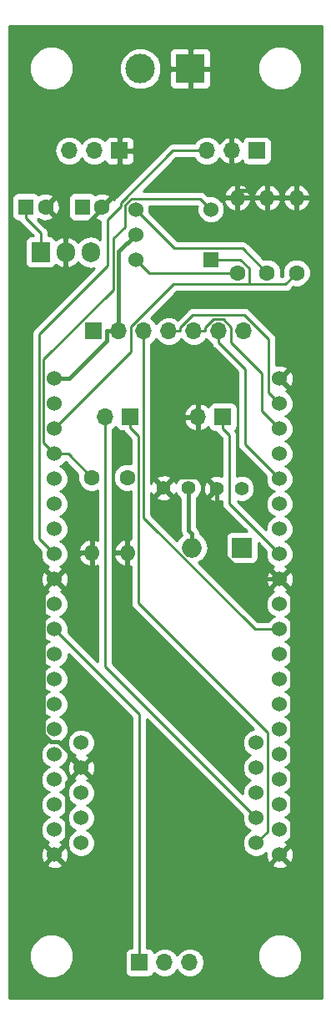
<source format=gbl>
G04 #@! TF.GenerationSoftware,KiCad,Pcbnew,(5.0.0)*
G04 #@! TF.CreationDate,2019-09-04T21:02:57+09:00*
G04 #@! TF.ProjectId,syateki_gun_main,73796174656B695F67756E5F6D61696E,rev?*
G04 #@! TF.SameCoordinates,Original*
G04 #@! TF.FileFunction,Copper,L2,Bot,Signal*
G04 #@! TF.FilePolarity,Positive*
%FSLAX46Y46*%
G04 Gerber Fmt 4.6, Leading zero omitted, Abs format (unit mm)*
G04 Created by KiCad (PCBNEW (5.0.0)) date 09/04/19 21:02:57*
%MOMM*%
%LPD*%
G01*
G04 APERTURE LIST*
G04 #@! TA.AperFunction,ComponentPad*
%ADD10C,1.524000*%
G04 #@! TD*
G04 #@! TA.AperFunction,ComponentPad*
%ADD11C,1.600000*%
G04 #@! TD*
G04 #@! TA.AperFunction,ComponentPad*
%ADD12O,1.600000X1.600000*%
G04 #@! TD*
G04 #@! TA.AperFunction,ComponentPad*
%ADD13R,1.600000X1.600000*%
G04 #@! TD*
G04 #@! TA.AperFunction,ComponentPad*
%ADD14C,1.400000*%
G04 #@! TD*
G04 #@! TA.AperFunction,ComponentPad*
%ADD15R,2.000000X2.000000*%
G04 #@! TD*
G04 #@! TA.AperFunction,ComponentPad*
%ADD16O,2.000000X2.000000*%
G04 #@! TD*
G04 #@! TA.AperFunction,ComponentPad*
%ADD17R,3.000000X3.000000*%
G04 #@! TD*
G04 #@! TA.AperFunction,ComponentPad*
%ADD18C,3.000000*%
G04 #@! TD*
G04 #@! TA.AperFunction,ComponentPad*
%ADD19R,1.700000X1.700000*%
G04 #@! TD*
G04 #@! TA.AperFunction,ComponentPad*
%ADD20O,1.700000X1.700000*%
G04 #@! TD*
G04 #@! TA.AperFunction,ComponentPad*
%ADD21R,1.905000X2.000000*%
G04 #@! TD*
G04 #@! TA.AperFunction,ComponentPad*
%ADD22O,1.905000X2.000000*%
G04 #@! TD*
G04 #@! TA.AperFunction,ComponentPad*
%ADD23R,1.524000X1.524000*%
G04 #@! TD*
G04 #@! TA.AperFunction,Conductor*
%ADD24C,0.400000*%
G04 #@! TD*
G04 #@! TA.AperFunction,Conductor*
%ADD25C,0.250000*%
G04 #@! TD*
G04 #@! TA.AperFunction,Conductor*
%ADD26C,0.254000*%
G04 #@! TD*
G04 APERTURE END LIST*
D10*
G04 #@! TO.P,U3,10*
G04 #@! TO.N,Net-(J5-Pad1)*
X52790000Y-127030000D03*
G04 #@! TO.P,U3,9*
G04 #@! TO.N,Net-(J5-Pad2)*
X52790000Y-124490000D03*
G04 #@! TO.P,U3,8*
G04 #@! TO.N,N/C*
X52790000Y-121950000D03*
G04 #@! TO.P,U3,7*
X52790000Y-119410000D03*
G04 #@! TO.P,U3,6*
X52790000Y-116870000D03*
G04 #@! TO.P,U3,5*
G04 #@! TO.N,5V*
X35010000Y-116870000D03*
G04 #@! TO.P,U3,4*
G04 #@! TO.N,GND*
X35010000Y-119410000D03*
G04 #@! TO.P,U3,3*
G04 #@! TO.N,Net-(U2-Pad28)*
X35010000Y-121950000D03*
G04 #@! TO.P,U3,2*
G04 #@! TO.N,Net-(U2-Pad27)*
X35010000Y-124490000D03*
G04 #@! TO.P,U3,1*
G04 #@! TO.N,N/C*
X35010000Y-127030000D03*
G04 #@! TD*
G04 #@! TO.P,U2,40*
G04 #@! TO.N,GND*
X55180000Y-79970000D03*
G04 #@! TO.P,U2,39*
G04 #@! TO.N,Net-(J6-Pad4)*
X55180000Y-82510000D03*
G04 #@! TO.P,U2,38*
G04 #@! TO.N,Net-(J6-Pad5)*
X55180000Y-85050000D03*
G04 #@! TO.P,U2,37*
G04 #@! TO.N,N/C*
X55180000Y-87590000D03*
G04 #@! TO.P,U2,36*
G04 #@! TO.N,Net-(J6-Pad6)*
X55180000Y-90130000D03*
G04 #@! TO.P,U2,35*
G04 #@! TO.N,N/C*
X55180000Y-92670000D03*
G04 #@! TO.P,U2,34*
X55180000Y-95210000D03*
G04 #@! TO.P,U2,33*
G04 #@! TO.N,Net-(J4-Pad1)*
X55180000Y-97750000D03*
G04 #@! TO.P,U2,32*
G04 #@! TO.N,GND*
X55180000Y-100290000D03*
G04 #@! TO.P,U2,31*
G04 #@! TO.N,N/C*
X55180000Y-102830000D03*
G04 #@! TO.P,U2,30*
G04 #@! TO.N,Net-(J6-Pad3)*
X55180000Y-105370000D03*
G04 #@! TO.P,U2,29*
G04 #@! TO.N,Net-(J6-Pad7)*
X55180000Y-107910000D03*
G04 #@! TO.P,U2,28*
G04 #@! TO.N,Net-(U2-Pad28)*
X55180000Y-110450000D03*
G04 #@! TO.P,U2,27*
G04 #@! TO.N,Net-(U2-Pad27)*
X55180000Y-112990000D03*
G04 #@! TO.P,U2,26*
G04 #@! TO.N,N/C*
X55180000Y-115530000D03*
G04 #@! TO.P,U2,25*
X55180000Y-118070000D03*
G04 #@! TO.P,U2,24*
X55180000Y-120610000D03*
G04 #@! TO.P,U2,23*
G04 #@! TO.N,IO35*
X55180000Y-123150000D03*
G04 #@! TO.P,U2,22*
G04 #@! TO.N,IO34*
X55180000Y-125690000D03*
G04 #@! TO.P,U2,21*
G04 #@! TO.N,GND*
X55180000Y-128230000D03*
G04 #@! TO.P,U2,1*
G04 #@! TO.N,3.3V*
X32320000Y-79970000D03*
G04 #@! TO.P,U2,2*
G04 #@! TO.N,N/C*
X32320000Y-82510000D03*
G04 #@! TO.P,U2,3*
G04 #@! TO.N,Net-(R6-Pad1)*
X32320000Y-85050000D03*
G04 #@! TO.P,U2,4*
G04 #@! TO.N,Net-(R7-Pad1)*
X32320000Y-87590000D03*
G04 #@! TO.P,U2,5*
G04 #@! TO.N,N/C*
X32320000Y-90130000D03*
G04 #@! TO.P,U2,6*
G04 #@! TO.N,Net-(J2-Pad2)*
X32320000Y-92670000D03*
G04 #@! TO.P,U2,7*
G04 #@! TO.N,N/C*
X32320000Y-95210000D03*
G04 #@! TO.P,U2,8*
G04 #@! TO.N,Net-(J3-Pad3)*
X32320000Y-97750000D03*
G04 #@! TO.P,U2,9*
G04 #@! TO.N,GND*
X32320000Y-100290000D03*
G04 #@! TO.P,U2,10*
G04 #@! TO.N,5V*
X32320000Y-102830000D03*
G04 #@! TO.P,U2,11*
G04 #@! TO.N,Net-(R1-Pad1)*
X32320000Y-105370000D03*
G04 #@! TO.P,U2,12*
G04 #@! TO.N,N/C*
X32320000Y-107910000D03*
G04 #@! TO.P,U2,13*
X32320000Y-110450000D03*
G04 #@! TO.P,U2,14*
X32320000Y-112990000D03*
G04 #@! TO.P,U2,15*
X32320000Y-115530000D03*
G04 #@! TO.P,U2,16*
X32320000Y-118070000D03*
G04 #@! TO.P,U2,17*
X32320000Y-120610000D03*
G04 #@! TO.P,U2,18*
X32320000Y-123150000D03*
G04 #@! TO.P,U2,19*
X32320000Y-125690000D03*
G04 #@! TO.P,U2,20*
G04 #@! TO.N,GND*
X32320000Y-128230000D03*
G04 #@! TD*
D11*
G04 #@! TO.P,R1,1*
G04 #@! TO.N,Net-(R1-Pad1)*
X39700000Y-90000000D03*
D12*
G04 #@! TO.P,R1,2*
G04 #@! TO.N,GND*
X39700000Y-97620000D03*
G04 #@! TD*
D11*
G04 #@! TO.P,C1,2*
G04 #@! TO.N,GND*
X31400000Y-62550000D03*
D13*
G04 #@! TO.P,C1,1*
G04 #@! TO.N,Net-(C1-Pad1)*
X29400000Y-62550000D03*
G04 #@! TD*
D14*
G04 #@! TO.P,C2,2*
G04 #@! TO.N,GND*
X48800000Y-91100000D03*
G04 #@! TO.P,C2,1*
G04 #@! TO.N,Net-(C1-Pad1)*
X51300000Y-91100000D03*
G04 #@! TD*
G04 #@! TO.P,C3,1*
G04 #@! TO.N,5V*
X45900000Y-91050000D03*
G04 #@! TO.P,C3,2*
G04 #@! TO.N,GND*
X43400000Y-91050000D03*
G04 #@! TD*
D13*
G04 #@! TO.P,C4,1*
G04 #@! TO.N,5V*
X35150000Y-62550000D03*
D11*
G04 #@! TO.P,C4,2*
G04 #@! TO.N,GND*
X37150000Y-62550000D03*
G04 #@! TD*
D15*
G04 #@! TO.P,D1,1*
G04 #@! TO.N,Net-(C1-Pad1)*
X51350000Y-97100000D03*
D16*
G04 #@! TO.P,D1,2*
G04 #@! TO.N,5V*
X46270000Y-97100000D03*
G04 #@! TD*
D17*
G04 #@! TO.P,J1,1*
G04 #@! TO.N,GND*
X46100000Y-48550000D03*
D18*
G04 #@! TO.P,J1,2*
G04 #@! TO.N,Net-(C1-Pad1)*
X41020000Y-48550000D03*
G04 #@! TD*
D19*
G04 #@! TO.P,J2,1*
G04 #@! TO.N,GND*
X38900000Y-56850000D03*
D20*
G04 #@! TO.P,J2,2*
G04 #@! TO.N,Net-(J2-Pad2)*
X36360000Y-56850000D03*
G04 #@! TO.P,J2,3*
G04 #@! TO.N,3.3V*
X33820000Y-56850000D03*
G04 #@! TD*
D19*
G04 #@! TO.P,J3,1*
G04 #@! TO.N,5V*
X52850000Y-56850000D03*
D20*
G04 #@! TO.P,J3,2*
G04 #@! TO.N,GND*
X50310000Y-56850000D03*
G04 #@! TO.P,J3,3*
G04 #@! TO.N,Net-(J3-Pad3)*
X47770000Y-56850000D03*
G04 #@! TD*
D19*
G04 #@! TO.P,J4,1*
G04 #@! TO.N,Net-(J4-Pad1)*
X49400000Y-83850000D03*
D20*
G04 #@! TO.P,J4,2*
G04 #@! TO.N,GND*
X46860000Y-83850000D03*
G04 #@! TD*
D21*
G04 #@! TO.P,U1,1*
G04 #@! TO.N,Net-(C1-Pad1)*
X30900000Y-67150000D03*
D22*
G04 #@! TO.P,U1,2*
G04 #@! TO.N,GND*
X33440000Y-67150000D03*
G04 #@! TO.P,U1,3*
G04 #@! TO.N,5V*
X35980000Y-67150000D03*
G04 #@! TD*
D19*
G04 #@! TO.P,SW1,1*
G04 #@! TO.N,Net-(R1-Pad1)*
X40950000Y-139150000D03*
D20*
G04 #@! TO.P,SW1,2*
G04 #@! TO.N,3.3V*
X43490000Y-139150000D03*
G04 #@! TO.P,SW1,3*
G04 #@! TO.N,N/C*
X46030000Y-139150000D03*
G04 #@! TD*
D19*
G04 #@! TO.P,J5,1*
G04 #@! TO.N,Net-(J5-Pad1)*
X40000000Y-83800000D03*
D20*
G04 #@! TO.P,J5,2*
G04 #@! TO.N,Net-(J5-Pad2)*
X37460000Y-83800000D03*
G04 #@! TD*
D12*
G04 #@! TO.P,R4,2*
G04 #@! TO.N,GND*
X50900000Y-61630000D03*
D11*
G04 #@! TO.P,R4,1*
G04 #@! TO.N,IO34*
X50900000Y-69250000D03*
G04 #@! TD*
G04 #@! TO.P,R5,1*
G04 #@! TO.N,IO35*
X53900000Y-69250000D03*
D12*
G04 #@! TO.P,R5,2*
G04 #@! TO.N,GND*
X53900000Y-61630000D03*
G04 #@! TD*
D11*
G04 #@! TO.P,R6,1*
G04 #@! TO.N,Net-(R6-Pad1)*
X56900000Y-69250000D03*
D12*
G04 #@! TO.P,R6,2*
G04 #@! TO.N,GND*
X56900000Y-61630000D03*
G04 #@! TD*
G04 #@! TO.P,R7,2*
G04 #@! TO.N,GND*
X36100000Y-97620000D03*
D11*
G04 #@! TO.P,R7,1*
G04 #@! TO.N,Net-(R7-Pad1)*
X36100000Y-90000000D03*
G04 #@! TD*
D10*
G04 #@! TO.P,SW2,2*
G04 #@! TO.N,Net-(R7-Pad1)*
X48190000Y-62810000D03*
D23*
G04 #@! TO.P,SW2,1*
G04 #@! TO.N,Net-(R6-Pad1)*
X48190000Y-67890000D03*
D10*
G04 #@! TO.P,SW2,8*
G04 #@! TO.N,IO35*
X40570000Y-62810000D03*
G04 #@! TO.P,SW2,4*
G04 #@! TO.N,IO34*
X40570000Y-67890000D03*
G04 #@! TO.P,SW2,C*
G04 #@! TO.N,3.3V*
X40570000Y-65350000D03*
G04 #@! TD*
D19*
G04 #@! TO.P,J6,1*
G04 #@! TO.N,GND*
X36300000Y-75150000D03*
D20*
G04 #@! TO.P,J6,2*
G04 #@! TO.N,3.3V*
X38840000Y-75150000D03*
G04 #@! TO.P,J6,3*
G04 #@! TO.N,Net-(J6-Pad3)*
X41380000Y-75150000D03*
G04 #@! TO.P,J6,4*
G04 #@! TO.N,Net-(J6-Pad4)*
X43920000Y-75150000D03*
G04 #@! TO.P,J6,5*
G04 #@! TO.N,Net-(J6-Pad5)*
X46460000Y-75150000D03*
G04 #@! TO.P,J6,6*
G04 #@! TO.N,Net-(J6-Pad6)*
X49000000Y-75150000D03*
G04 #@! TO.P,J6,7*
G04 #@! TO.N,Net-(J6-Pad7)*
X51540000Y-75150000D03*
G04 #@! TD*
D24*
G04 #@! TO.N,GND*
X36100000Y-97620000D02*
X34899700Y-97620000D01*
X34899700Y-97620000D02*
X34899700Y-97710300D01*
X34899700Y-97710300D02*
X32320000Y-100290000D01*
X32320000Y-100290000D02*
X31157700Y-101452300D01*
X31157700Y-101452300D02*
X31157700Y-116016100D01*
X31157700Y-116016100D02*
X31941600Y-116800000D01*
X31941600Y-116800000D02*
X32705900Y-116800000D01*
X32705900Y-116800000D02*
X35010000Y-119104100D01*
X35010000Y-119104100D02*
X35010000Y-119410000D01*
X50310000Y-57105500D02*
X50310000Y-56850000D01*
X50310000Y-57105500D02*
X50310000Y-58100300D01*
X48800000Y-91100000D02*
X48800000Y-97141600D01*
X48800000Y-97141600D02*
X51948400Y-100290000D01*
X51948400Y-100290000D02*
X55180000Y-100290000D01*
X46860000Y-89922700D02*
X47622700Y-89922700D01*
X47622700Y-89922700D02*
X48800000Y-91100000D01*
X50900000Y-60869500D02*
X50900000Y-58690300D01*
X50900000Y-58690300D02*
X50310000Y-58100300D01*
X50900000Y-60869500D02*
X51939200Y-60869500D01*
X51939200Y-60869500D02*
X52699700Y-61630000D01*
X46860000Y-89922700D02*
X44527300Y-89922700D01*
X44527300Y-89922700D02*
X43400000Y-91050000D01*
X46860000Y-89922700D02*
X46860000Y-85100300D01*
X46860000Y-83850000D02*
X46860000Y-85100300D01*
X55180000Y-128230000D02*
X56385400Y-127024600D01*
X56385400Y-127024600D02*
X56385400Y-101495400D01*
X56385400Y-101495400D02*
X55180000Y-100290000D01*
X53900000Y-61630000D02*
X52699700Y-61630000D01*
X50900000Y-61630000D02*
X50900000Y-60869500D01*
X34019900Y-65169800D02*
X34019900Y-65169900D01*
X34019900Y-65169900D02*
X34752600Y-65169900D01*
X34752600Y-65169900D02*
X37150000Y-62772500D01*
X37150000Y-62772500D02*
X37150000Y-62550000D01*
X31400000Y-62550000D02*
X34019900Y-65169800D01*
X34019900Y-65169800D02*
X33440000Y-65749700D01*
X33440000Y-67150000D02*
X33440000Y-65749700D01*
X32320000Y-128230000D02*
X33521200Y-127028800D01*
X33521200Y-127028800D02*
X33521200Y-120898800D01*
X33521200Y-120898800D02*
X35010000Y-119410000D01*
D25*
G04 #@! TO.N,Net-(C1-Pad1)*
X29400000Y-62550000D02*
X29400000Y-63675300D01*
X30900000Y-67150000D02*
X30900000Y-65175300D01*
X30900000Y-65175300D02*
X29400000Y-63675300D01*
D24*
G04 #@! TO.N,3.3V*
X38840000Y-75150000D02*
X37589700Y-75150000D01*
X37589700Y-75150000D02*
X37589700Y-76165900D01*
X37589700Y-76165900D02*
X33785600Y-79970000D01*
X33785600Y-79970000D02*
X32320000Y-79970000D01*
X38840000Y-74674900D02*
X38840000Y-75150000D01*
X38840000Y-74674900D02*
X38840000Y-73899700D01*
X40570000Y-65350000D02*
X38840000Y-67080000D01*
X38840000Y-67080000D02*
X38840000Y-73899700D01*
G04 #@! TO.N,5V*
X46270000Y-97100000D02*
X46270000Y-95699700D01*
X45900000Y-91050000D02*
X45900000Y-95329700D01*
X45900000Y-95329700D02*
X46270000Y-95699700D01*
D25*
G04 #@! TO.N,Net-(J3-Pad3)*
X47770000Y-56850000D02*
X44324400Y-56850000D01*
X44324400Y-56850000D02*
X39032200Y-62142200D01*
X39032200Y-62142200D02*
X39032200Y-62507400D01*
X39032200Y-62507400D02*
X37720400Y-63819200D01*
X37720400Y-63819200D02*
X37720400Y-68475400D01*
X37720400Y-68475400D02*
X30766500Y-75429300D01*
X30766500Y-75429300D02*
X30766500Y-96196500D01*
X30766500Y-96196500D02*
X32320000Y-97750000D01*
G04 #@! TO.N,Net-(J4-Pad1)*
X49400000Y-83850000D02*
X49400000Y-85025300D01*
X49400000Y-85025300D02*
X50050000Y-85675300D01*
X50050000Y-85675300D02*
X50050000Y-92620000D01*
X50050000Y-92620000D02*
X55180000Y-97750000D01*
G04 #@! TO.N,Net-(R1-Pad1)*
X40950000Y-139150000D02*
X40950000Y-114000000D01*
X40950000Y-114000000D02*
X32320000Y-105370000D01*
G04 #@! TO.N,Net-(J5-Pad1)*
X40000000Y-83800000D02*
X40000000Y-84975300D01*
X40000000Y-84975300D02*
X40825400Y-85800700D01*
X40825400Y-85800700D02*
X40825400Y-102713200D01*
X40825400Y-102713200D02*
X53929800Y-115817600D01*
X53929800Y-115817600D02*
X53929800Y-125890200D01*
X53929800Y-125890200D02*
X52790000Y-127030000D01*
G04 #@! TO.N,Net-(J5-Pad2)*
X37460000Y-84975300D02*
X37460000Y-109160000D01*
X37460000Y-109160000D02*
X52790000Y-124490000D01*
X37460000Y-83800000D02*
X37460000Y-84975300D01*
G04 #@! TO.N,Net-(J6-Pad3)*
X55180000Y-105370000D02*
X52660700Y-105370000D01*
X52660700Y-105370000D02*
X41380000Y-94089300D01*
X41380000Y-94089300D02*
X41380000Y-76325300D01*
X41380000Y-75150000D02*
X41380000Y-76325300D01*
G04 #@! TO.N,Net-(J6-Pad4)*
X43920000Y-75150000D02*
X45095300Y-75150000D01*
X45095300Y-75150000D02*
X45095300Y-74782700D01*
X45095300Y-74782700D02*
X46380600Y-73497400D01*
X46380600Y-73497400D02*
X51590100Y-73497400D01*
X51590100Y-73497400D02*
X54069100Y-75976400D01*
X54069100Y-75976400D02*
X54069100Y-81399100D01*
X54069100Y-81399100D02*
X55180000Y-82510000D01*
G04 #@! TO.N,Net-(R6-Pad1)*
X52072600Y-70397800D02*
X44419400Y-70397800D01*
X44419400Y-70397800D02*
X40110000Y-74707200D01*
X40110000Y-74707200D02*
X40110000Y-77260000D01*
X40110000Y-77260000D02*
X32320000Y-85050000D01*
X56900000Y-69250000D02*
X55752200Y-70397800D01*
X55752200Y-70397800D02*
X52072600Y-70397800D01*
X52072600Y-70397800D02*
X52072600Y-68785500D01*
X52072600Y-68785500D02*
X51177100Y-67890000D01*
X51177100Y-67890000D02*
X48190000Y-67890000D01*
G04 #@! TO.N,Net-(R7-Pad1)*
X32320000Y-87590000D02*
X31218900Y-86488900D01*
X31218900Y-86488900D02*
X31218900Y-78032600D01*
X31218900Y-78032600D02*
X38314600Y-70936900D01*
X38314600Y-70936900D02*
X38314600Y-65747400D01*
X38314600Y-65747400D02*
X39482600Y-64579400D01*
X39482600Y-64579400D02*
X39482600Y-62359600D01*
X39482600Y-62359600D02*
X40143400Y-61698800D01*
X40143400Y-61698800D02*
X47078800Y-61698800D01*
X47078800Y-61698800D02*
X48190000Y-62810000D01*
X32320000Y-87590000D02*
X33690000Y-87590000D01*
X33690000Y-87590000D02*
X36100000Y-90000000D01*
G04 #@! TO.N,Net-(J6-Pad5)*
X46460000Y-75150000D02*
X47635300Y-75150000D01*
X47635300Y-75150000D02*
X47635300Y-74782700D01*
X47635300Y-74782700D02*
X48470200Y-73947800D01*
X48470200Y-73947800D02*
X49464800Y-73947800D01*
X49464800Y-73947800D02*
X50270000Y-74753000D01*
X50270000Y-74753000D02*
X50270000Y-76325400D01*
X50270000Y-76325400D02*
X53381100Y-79436500D01*
X53381100Y-79436500D02*
X53381100Y-83251100D01*
X53381100Y-83251100D02*
X55180000Y-85050000D01*
G04 #@! TO.N,Net-(J6-Pad6)*
X49000000Y-76325300D02*
X51659700Y-78985000D01*
X51659700Y-78985000D02*
X51659700Y-86609800D01*
X51659700Y-86609800D02*
X51659800Y-86609800D01*
X51659800Y-86609800D02*
X55180000Y-90130000D01*
X49000000Y-75150000D02*
X49000000Y-76325300D01*
G04 #@! TO.N,IO34*
X40570000Y-67890000D02*
X41930000Y-69250000D01*
X41930000Y-69250000D02*
X50900000Y-69250000D01*
G04 #@! TO.N,IO35*
X53900000Y-69250000D02*
X51393900Y-66743900D01*
X51393900Y-66743900D02*
X44503900Y-66743900D01*
X44503900Y-66743900D02*
X40570000Y-62810000D01*
G04 #@! TD*
D26*
G04 #@! TO.N,GND*
G36*
X59490000Y-142790000D02*
X27710000Y-142790000D01*
X27710000Y-138055431D01*
X29765000Y-138055431D01*
X29765000Y-138944569D01*
X30105259Y-139766026D01*
X30733974Y-140394741D01*
X31555431Y-140735000D01*
X32444569Y-140735000D01*
X33266026Y-140394741D01*
X33894741Y-139766026D01*
X34235000Y-138944569D01*
X34235000Y-138055431D01*
X33894741Y-137233974D01*
X33266026Y-136605259D01*
X32444569Y-136265000D01*
X31555431Y-136265000D01*
X30733974Y-136605259D01*
X30105259Y-137233974D01*
X29765000Y-138055431D01*
X27710000Y-138055431D01*
X27710000Y-129210213D01*
X31519392Y-129210213D01*
X31588857Y-129452397D01*
X32112302Y-129639144D01*
X32667368Y-129611362D01*
X33051143Y-129452397D01*
X33120608Y-129210213D01*
X32320000Y-128409605D01*
X31519392Y-129210213D01*
X27710000Y-129210213D01*
X27710000Y-128022302D01*
X30910856Y-128022302D01*
X30938638Y-128577368D01*
X31097603Y-128961143D01*
X31339787Y-129030608D01*
X32140395Y-128230000D01*
X32499605Y-128230000D01*
X33300213Y-129030608D01*
X33542397Y-128961143D01*
X33729144Y-128437698D01*
X33701362Y-127882632D01*
X33542397Y-127498857D01*
X33300213Y-127429392D01*
X32499605Y-128230000D01*
X32140395Y-128230000D01*
X31339787Y-127429392D01*
X31097603Y-127498857D01*
X30910856Y-128022302D01*
X27710000Y-128022302D01*
X27710000Y-100082302D01*
X30910856Y-100082302D01*
X30938638Y-100637368D01*
X31097603Y-101021143D01*
X31339787Y-101090608D01*
X32140395Y-100290000D01*
X32499605Y-100290000D01*
X33300213Y-101090608D01*
X33542397Y-101021143D01*
X33729144Y-100497698D01*
X33701362Y-99942632D01*
X33542397Y-99558857D01*
X33300213Y-99489392D01*
X32499605Y-100290000D01*
X32140395Y-100290000D01*
X31339787Y-99489392D01*
X31097603Y-99558857D01*
X30910856Y-100082302D01*
X27710000Y-100082302D01*
X27710000Y-75429300D01*
X29991612Y-75429300D01*
X30006500Y-75504147D01*
X30006501Y-96121648D01*
X29991612Y-96196500D01*
X30050597Y-96493037D01*
X30099136Y-96565680D01*
X30218572Y-96744429D01*
X30282028Y-96786829D01*
X30935980Y-97440782D01*
X30923000Y-97472119D01*
X30923000Y-98027881D01*
X31135680Y-98541337D01*
X31528663Y-98934320D01*
X31719647Y-99013428D01*
X31588857Y-99067603D01*
X31519392Y-99309787D01*
X32320000Y-100110395D01*
X33120608Y-99309787D01*
X33051143Y-99067603D01*
X32910607Y-99017465D01*
X33111337Y-98934320D01*
X33504320Y-98541337D01*
X33717000Y-98027881D01*
X33717000Y-97969041D01*
X34708086Y-97969041D01*
X34947611Y-98475134D01*
X35362577Y-98851041D01*
X35750961Y-99011904D01*
X35973000Y-98889915D01*
X35973000Y-97747000D01*
X34829371Y-97747000D01*
X34708086Y-97969041D01*
X33717000Y-97969041D01*
X33717000Y-97472119D01*
X33633677Y-97270959D01*
X34708086Y-97270959D01*
X34829371Y-97493000D01*
X35973000Y-97493000D01*
X35973000Y-96350085D01*
X35750961Y-96228096D01*
X35362577Y-96388959D01*
X34947611Y-96764866D01*
X34708086Y-97270959D01*
X33633677Y-97270959D01*
X33504320Y-96958663D01*
X33111337Y-96565680D01*
X32904487Y-96480000D01*
X33111337Y-96394320D01*
X33504320Y-96001337D01*
X33717000Y-95487881D01*
X33717000Y-94932119D01*
X33504320Y-94418663D01*
X33111337Y-94025680D01*
X32904487Y-93940000D01*
X33111337Y-93854320D01*
X33504320Y-93461337D01*
X33717000Y-92947881D01*
X33717000Y-92392119D01*
X33504320Y-91878663D01*
X33111337Y-91485680D01*
X32904487Y-91400000D01*
X33111337Y-91314320D01*
X33504320Y-90921337D01*
X33717000Y-90407881D01*
X33717000Y-89852119D01*
X33504320Y-89338663D01*
X33111337Y-88945680D01*
X32904487Y-88860000D01*
X33111337Y-88774320D01*
X33455428Y-88430229D01*
X34686897Y-89661698D01*
X34665000Y-89714561D01*
X34665000Y-90285439D01*
X34883466Y-90812862D01*
X35287138Y-91216534D01*
X35814561Y-91435000D01*
X36385439Y-91435000D01*
X36700000Y-91304704D01*
X36700000Y-96332041D01*
X36449039Y-96228096D01*
X36227000Y-96350085D01*
X36227000Y-97493000D01*
X36247000Y-97493000D01*
X36247000Y-97747000D01*
X36227000Y-97747000D01*
X36227000Y-98889915D01*
X36449039Y-99011904D01*
X36700001Y-98907959D01*
X36700001Y-108675200D01*
X33704020Y-105679219D01*
X33717000Y-105647881D01*
X33717000Y-105092119D01*
X33504320Y-104578663D01*
X33111337Y-104185680D01*
X32904487Y-104100000D01*
X33111337Y-104014320D01*
X33504320Y-103621337D01*
X33717000Y-103107881D01*
X33717000Y-102552119D01*
X33504320Y-102038663D01*
X33111337Y-101645680D01*
X32920353Y-101566572D01*
X33051143Y-101512397D01*
X33120608Y-101270213D01*
X32320000Y-100469605D01*
X31519392Y-101270213D01*
X31588857Y-101512397D01*
X31729393Y-101562535D01*
X31528663Y-101645680D01*
X31135680Y-102038663D01*
X30923000Y-102552119D01*
X30923000Y-103107881D01*
X31135680Y-103621337D01*
X31528663Y-104014320D01*
X31735513Y-104100000D01*
X31528663Y-104185680D01*
X31135680Y-104578663D01*
X30923000Y-105092119D01*
X30923000Y-105647881D01*
X31135680Y-106161337D01*
X31528663Y-106554320D01*
X31735513Y-106640000D01*
X31528663Y-106725680D01*
X31135680Y-107118663D01*
X30923000Y-107632119D01*
X30923000Y-108187881D01*
X31135680Y-108701337D01*
X31528663Y-109094320D01*
X31735513Y-109180000D01*
X31528663Y-109265680D01*
X31135680Y-109658663D01*
X30923000Y-110172119D01*
X30923000Y-110727881D01*
X31135680Y-111241337D01*
X31528663Y-111634320D01*
X31735513Y-111720000D01*
X31528663Y-111805680D01*
X31135680Y-112198663D01*
X30923000Y-112712119D01*
X30923000Y-113267881D01*
X31135680Y-113781337D01*
X31528663Y-114174320D01*
X31735513Y-114260000D01*
X31528663Y-114345680D01*
X31135680Y-114738663D01*
X30923000Y-115252119D01*
X30923000Y-115807881D01*
X31135680Y-116321337D01*
X31528663Y-116714320D01*
X31735513Y-116800000D01*
X31528663Y-116885680D01*
X31135680Y-117278663D01*
X30923000Y-117792119D01*
X30923000Y-118347881D01*
X31135680Y-118861337D01*
X31528663Y-119254320D01*
X31735513Y-119340000D01*
X31528663Y-119425680D01*
X31135680Y-119818663D01*
X30923000Y-120332119D01*
X30923000Y-120887881D01*
X31135680Y-121401337D01*
X31528663Y-121794320D01*
X31735513Y-121880000D01*
X31528663Y-121965680D01*
X31135680Y-122358663D01*
X30923000Y-122872119D01*
X30923000Y-123427881D01*
X31135680Y-123941337D01*
X31528663Y-124334320D01*
X31735513Y-124420000D01*
X31528663Y-124505680D01*
X31135680Y-124898663D01*
X30923000Y-125412119D01*
X30923000Y-125967881D01*
X31135680Y-126481337D01*
X31528663Y-126874320D01*
X31719647Y-126953428D01*
X31588857Y-127007603D01*
X31519392Y-127249787D01*
X32320000Y-128050395D01*
X33120608Y-127249787D01*
X33051143Y-127007603D01*
X32910607Y-126957465D01*
X33111337Y-126874320D01*
X33504320Y-126481337D01*
X33717000Y-125967881D01*
X33717000Y-125412119D01*
X33504320Y-124898663D01*
X33111337Y-124505680D01*
X32904487Y-124420000D01*
X33111337Y-124334320D01*
X33504320Y-123941337D01*
X33717000Y-123427881D01*
X33717000Y-122872119D01*
X33504320Y-122358663D01*
X33111337Y-121965680D01*
X32904487Y-121880000D01*
X33111337Y-121794320D01*
X33233538Y-121672119D01*
X33613000Y-121672119D01*
X33613000Y-122227881D01*
X33825680Y-122741337D01*
X34218663Y-123134320D01*
X34425513Y-123220000D01*
X34218663Y-123305680D01*
X33825680Y-123698663D01*
X33613000Y-124212119D01*
X33613000Y-124767881D01*
X33825680Y-125281337D01*
X34218663Y-125674320D01*
X34425513Y-125760000D01*
X34218663Y-125845680D01*
X33825680Y-126238663D01*
X33613000Y-126752119D01*
X33613000Y-127307881D01*
X33825680Y-127821337D01*
X34218663Y-128214320D01*
X34732119Y-128427000D01*
X35287881Y-128427000D01*
X35801337Y-128214320D01*
X36194320Y-127821337D01*
X36407000Y-127307881D01*
X36407000Y-126752119D01*
X36194320Y-126238663D01*
X35801337Y-125845680D01*
X35594487Y-125760000D01*
X35801337Y-125674320D01*
X36194320Y-125281337D01*
X36407000Y-124767881D01*
X36407000Y-124212119D01*
X36194320Y-123698663D01*
X35801337Y-123305680D01*
X35594487Y-123220000D01*
X35801337Y-123134320D01*
X36194320Y-122741337D01*
X36407000Y-122227881D01*
X36407000Y-121672119D01*
X36194320Y-121158663D01*
X35801337Y-120765680D01*
X35610353Y-120686572D01*
X35741143Y-120632397D01*
X35810608Y-120390213D01*
X35010000Y-119589605D01*
X34209392Y-120390213D01*
X34278857Y-120632397D01*
X34419393Y-120682535D01*
X34218663Y-120765680D01*
X33825680Y-121158663D01*
X33613000Y-121672119D01*
X33233538Y-121672119D01*
X33504320Y-121401337D01*
X33717000Y-120887881D01*
X33717000Y-120332119D01*
X33504320Y-119818663D01*
X33111337Y-119425680D01*
X32904487Y-119340000D01*
X33111337Y-119254320D01*
X33163355Y-119202302D01*
X33600856Y-119202302D01*
X33628638Y-119757368D01*
X33787603Y-120141143D01*
X34029787Y-120210608D01*
X34830395Y-119410000D01*
X35189605Y-119410000D01*
X35990213Y-120210608D01*
X36232397Y-120141143D01*
X36419144Y-119617698D01*
X36391362Y-119062632D01*
X36232397Y-118678857D01*
X35990213Y-118609392D01*
X35189605Y-119410000D01*
X34830395Y-119410000D01*
X34029787Y-118609392D01*
X33787603Y-118678857D01*
X33600856Y-119202302D01*
X33163355Y-119202302D01*
X33504320Y-118861337D01*
X33717000Y-118347881D01*
X33717000Y-117792119D01*
X33504320Y-117278663D01*
X33111337Y-116885680D01*
X32904487Y-116800000D01*
X33111337Y-116714320D01*
X33233538Y-116592119D01*
X33613000Y-116592119D01*
X33613000Y-117147881D01*
X33825680Y-117661337D01*
X34218663Y-118054320D01*
X34409647Y-118133428D01*
X34278857Y-118187603D01*
X34209392Y-118429787D01*
X35010000Y-119230395D01*
X35810608Y-118429787D01*
X35741143Y-118187603D01*
X35600607Y-118137465D01*
X35801337Y-118054320D01*
X36194320Y-117661337D01*
X36407000Y-117147881D01*
X36407000Y-116592119D01*
X36194320Y-116078663D01*
X35801337Y-115685680D01*
X35287881Y-115473000D01*
X34732119Y-115473000D01*
X34218663Y-115685680D01*
X33825680Y-116078663D01*
X33613000Y-116592119D01*
X33233538Y-116592119D01*
X33504320Y-116321337D01*
X33717000Y-115807881D01*
X33717000Y-115252119D01*
X33504320Y-114738663D01*
X33111337Y-114345680D01*
X32904487Y-114260000D01*
X33111337Y-114174320D01*
X33504320Y-113781337D01*
X33717000Y-113267881D01*
X33717000Y-112712119D01*
X33504320Y-112198663D01*
X33111337Y-111805680D01*
X32904487Y-111720000D01*
X33111337Y-111634320D01*
X33504320Y-111241337D01*
X33717000Y-110727881D01*
X33717000Y-110172119D01*
X33504320Y-109658663D01*
X33111337Y-109265680D01*
X32904487Y-109180000D01*
X33111337Y-109094320D01*
X33504320Y-108701337D01*
X33717000Y-108187881D01*
X33717000Y-107841801D01*
X40190001Y-114314803D01*
X40190000Y-137652560D01*
X40100000Y-137652560D01*
X39852235Y-137701843D01*
X39642191Y-137842191D01*
X39501843Y-138052235D01*
X39452560Y-138300000D01*
X39452560Y-140000000D01*
X39501843Y-140247765D01*
X39642191Y-140457809D01*
X39852235Y-140598157D01*
X40100000Y-140647440D01*
X41800000Y-140647440D01*
X42047765Y-140598157D01*
X42257809Y-140457809D01*
X42398157Y-140247765D01*
X42407184Y-140202381D01*
X42419375Y-140220625D01*
X42910582Y-140548839D01*
X43343744Y-140635000D01*
X43636256Y-140635000D01*
X44069418Y-140548839D01*
X44560625Y-140220625D01*
X44760000Y-139922239D01*
X44959375Y-140220625D01*
X45450582Y-140548839D01*
X45883744Y-140635000D01*
X46176256Y-140635000D01*
X46609418Y-140548839D01*
X47100625Y-140220625D01*
X47428839Y-139729418D01*
X47544092Y-139150000D01*
X47428839Y-138570582D01*
X47100625Y-138079375D01*
X47064791Y-138055431D01*
X52965000Y-138055431D01*
X52965000Y-138944569D01*
X53305259Y-139766026D01*
X53933974Y-140394741D01*
X54755431Y-140735000D01*
X55644569Y-140735000D01*
X56466026Y-140394741D01*
X57094741Y-139766026D01*
X57435000Y-138944569D01*
X57435000Y-138055431D01*
X57094741Y-137233974D01*
X56466026Y-136605259D01*
X55644569Y-136265000D01*
X54755431Y-136265000D01*
X53933974Y-136605259D01*
X53305259Y-137233974D01*
X52965000Y-138055431D01*
X47064791Y-138055431D01*
X46609418Y-137751161D01*
X46176256Y-137665000D01*
X45883744Y-137665000D01*
X45450582Y-137751161D01*
X44959375Y-138079375D01*
X44760000Y-138377761D01*
X44560625Y-138079375D01*
X44069418Y-137751161D01*
X43636256Y-137665000D01*
X43343744Y-137665000D01*
X42910582Y-137751161D01*
X42419375Y-138079375D01*
X42407184Y-138097619D01*
X42398157Y-138052235D01*
X42257809Y-137842191D01*
X42047765Y-137701843D01*
X41800000Y-137652560D01*
X41710000Y-137652560D01*
X41710000Y-129210213D01*
X54379392Y-129210213D01*
X54448857Y-129452397D01*
X54972302Y-129639144D01*
X55527368Y-129611362D01*
X55911143Y-129452397D01*
X55980608Y-129210213D01*
X55180000Y-128409605D01*
X54379392Y-129210213D01*
X41710000Y-129210213D01*
X41710000Y-114484801D01*
X51405980Y-124180782D01*
X51393000Y-124212119D01*
X51393000Y-124767881D01*
X51605680Y-125281337D01*
X51998663Y-125674320D01*
X52205513Y-125760000D01*
X51998663Y-125845680D01*
X51605680Y-126238663D01*
X51393000Y-126752119D01*
X51393000Y-127307881D01*
X51605680Y-127821337D01*
X51998663Y-128214320D01*
X52512119Y-128427000D01*
X53067881Y-128427000D01*
X53581337Y-128214320D01*
X53770975Y-128024682D01*
X53798638Y-128577368D01*
X53957603Y-128961143D01*
X54199787Y-129030608D01*
X55000395Y-128230000D01*
X55359605Y-128230000D01*
X56160213Y-129030608D01*
X56402397Y-128961143D01*
X56589144Y-128437698D01*
X56561362Y-127882632D01*
X56402397Y-127498857D01*
X56160213Y-127429392D01*
X55359605Y-128230000D01*
X55000395Y-128230000D01*
X54986253Y-128215858D01*
X55165858Y-128036253D01*
X55180000Y-128050395D01*
X55980608Y-127249787D01*
X55911143Y-127007603D01*
X55770607Y-126957465D01*
X55971337Y-126874320D01*
X56364320Y-126481337D01*
X56577000Y-125967881D01*
X56577000Y-125412119D01*
X56364320Y-124898663D01*
X55971337Y-124505680D01*
X55764487Y-124420000D01*
X55971337Y-124334320D01*
X56364320Y-123941337D01*
X56577000Y-123427881D01*
X56577000Y-122872119D01*
X56364320Y-122358663D01*
X55971337Y-121965680D01*
X55764487Y-121880000D01*
X55971337Y-121794320D01*
X56364320Y-121401337D01*
X56577000Y-120887881D01*
X56577000Y-120332119D01*
X56364320Y-119818663D01*
X55971337Y-119425680D01*
X55764487Y-119340000D01*
X55971337Y-119254320D01*
X56364320Y-118861337D01*
X56577000Y-118347881D01*
X56577000Y-117792119D01*
X56364320Y-117278663D01*
X55971337Y-116885680D01*
X55764487Y-116800000D01*
X55971337Y-116714320D01*
X56364320Y-116321337D01*
X56577000Y-115807881D01*
X56577000Y-115252119D01*
X56364320Y-114738663D01*
X55971337Y-114345680D01*
X55764487Y-114260000D01*
X55971337Y-114174320D01*
X56364320Y-113781337D01*
X56577000Y-113267881D01*
X56577000Y-112712119D01*
X56364320Y-112198663D01*
X55971337Y-111805680D01*
X55764487Y-111720000D01*
X55971337Y-111634320D01*
X56364320Y-111241337D01*
X56577000Y-110727881D01*
X56577000Y-110172119D01*
X56364320Y-109658663D01*
X55971337Y-109265680D01*
X55764487Y-109180000D01*
X55971337Y-109094320D01*
X56364320Y-108701337D01*
X56577000Y-108187881D01*
X56577000Y-107632119D01*
X56364320Y-107118663D01*
X55971337Y-106725680D01*
X55764487Y-106640000D01*
X55971337Y-106554320D01*
X56364320Y-106161337D01*
X56577000Y-105647881D01*
X56577000Y-105092119D01*
X56364320Y-104578663D01*
X55971337Y-104185680D01*
X55764487Y-104100000D01*
X55971337Y-104014320D01*
X56364320Y-103621337D01*
X56577000Y-103107881D01*
X56577000Y-102552119D01*
X56364320Y-102038663D01*
X55971337Y-101645680D01*
X55780353Y-101566572D01*
X55911143Y-101512397D01*
X55980608Y-101270213D01*
X55180000Y-100469605D01*
X54379392Y-101270213D01*
X54448857Y-101512397D01*
X54589393Y-101562535D01*
X54388663Y-101645680D01*
X53995680Y-102038663D01*
X53783000Y-102552119D01*
X53783000Y-103107881D01*
X53995680Y-103621337D01*
X54388663Y-104014320D01*
X54595513Y-104100000D01*
X54388663Y-104185680D01*
X53995680Y-104578663D01*
X53982700Y-104610000D01*
X52975502Y-104610000D01*
X48447804Y-100082302D01*
X53770856Y-100082302D01*
X53798638Y-100637368D01*
X53957603Y-101021143D01*
X54199787Y-101090608D01*
X55000395Y-100290000D01*
X55359605Y-100290000D01*
X56160213Y-101090608D01*
X56402397Y-101021143D01*
X56589144Y-100497698D01*
X56561362Y-99942632D01*
X56402397Y-99558857D01*
X56160213Y-99489392D01*
X55359605Y-100290000D01*
X55000395Y-100290000D01*
X54199787Y-99489392D01*
X53957603Y-99558857D01*
X53770856Y-100082302D01*
X48447804Y-100082302D01*
X46966507Y-98601006D01*
X47448769Y-98278769D01*
X47810136Y-97737945D01*
X47937031Y-97100000D01*
X47810136Y-96462055D01*
X47448769Y-95921231D01*
X47120872Y-95702137D01*
X47121357Y-95699699D01*
X47105000Y-95617466D01*
X47105000Y-95617463D01*
X47056552Y-95373899D01*
X46872001Y-95097699D01*
X46802280Y-95051113D01*
X46735000Y-94983833D01*
X46735000Y-92102975D01*
X47031758Y-91806217D01*
X47235000Y-91315548D01*
X47235000Y-90907122D01*
X47452581Y-90907122D01*
X47481336Y-91437440D01*
X47628958Y-91793831D01*
X47864725Y-91855669D01*
X48620395Y-91100000D01*
X47864725Y-90344331D01*
X47628958Y-90406169D01*
X47452581Y-90907122D01*
X47235000Y-90907122D01*
X47235000Y-90784452D01*
X47031758Y-90293783D01*
X46656217Y-89918242D01*
X46165548Y-89715000D01*
X45634452Y-89715000D01*
X45143783Y-89918242D01*
X44768242Y-90293783D01*
X44656721Y-90563017D01*
X44571042Y-90356169D01*
X44335275Y-90294331D01*
X43579605Y-91050000D01*
X44335275Y-91805669D01*
X44571042Y-91743831D01*
X44649775Y-91520212D01*
X44768242Y-91806217D01*
X45065000Y-92102975D01*
X45065001Y-95247462D01*
X45048643Y-95329700D01*
X45113448Y-95655500D01*
X45113449Y-95655501D01*
X45229343Y-95828948D01*
X45091231Y-95921231D01*
X44768994Y-96403493D01*
X42140000Y-93774499D01*
X42140000Y-91985275D01*
X42644331Y-91985275D01*
X42706169Y-92221042D01*
X43207122Y-92397419D01*
X43737440Y-92368664D01*
X44093831Y-92221042D01*
X44155669Y-91985275D01*
X43400000Y-91229605D01*
X42644331Y-91985275D01*
X42140000Y-91985275D01*
X42140000Y-91529067D01*
X42228958Y-91743831D01*
X42464725Y-91805669D01*
X43220395Y-91050000D01*
X42464725Y-90294331D01*
X42228958Y-90356169D01*
X42140000Y-90608831D01*
X42140000Y-90114725D01*
X42644331Y-90114725D01*
X43400000Y-90870395D01*
X44155669Y-90114725D01*
X44093831Y-89878958D01*
X43592878Y-89702581D01*
X43062560Y-89731336D01*
X42706169Y-89878958D01*
X42644331Y-90114725D01*
X42140000Y-90114725D01*
X42140000Y-84206892D01*
X45418514Y-84206892D01*
X45664817Y-84731358D01*
X46093076Y-85121645D01*
X46503110Y-85291476D01*
X46733000Y-85170155D01*
X46733000Y-83977000D01*
X45539181Y-83977000D01*
X45418514Y-84206892D01*
X42140000Y-84206892D01*
X42140000Y-83493108D01*
X45418514Y-83493108D01*
X45539181Y-83723000D01*
X46733000Y-83723000D01*
X46733000Y-82529845D01*
X46503110Y-82408524D01*
X46093076Y-82578355D01*
X45664817Y-82968642D01*
X45418514Y-83493108D01*
X42140000Y-83493108D01*
X42140000Y-76428178D01*
X42450625Y-76220625D01*
X42650000Y-75922239D01*
X42849375Y-76220625D01*
X43340582Y-76548839D01*
X43773744Y-76635000D01*
X44066256Y-76635000D01*
X44499418Y-76548839D01*
X44990625Y-76220625D01*
X45190000Y-75922239D01*
X45389375Y-76220625D01*
X45880582Y-76548839D01*
X46313744Y-76635000D01*
X46606256Y-76635000D01*
X47039418Y-76548839D01*
X47530625Y-76220625D01*
X47730000Y-75922239D01*
X47929375Y-76220625D01*
X48246430Y-76432475D01*
X48284097Y-76621837D01*
X48370594Y-76751288D01*
X48452072Y-76873229D01*
X48515528Y-76915629D01*
X50899700Y-79299802D01*
X50899701Y-86534943D01*
X50884811Y-86609800D01*
X50943796Y-86906337D01*
X51111771Y-87157729D01*
X51175531Y-87200332D01*
X53795980Y-89820782D01*
X53783000Y-89852119D01*
X53783000Y-90407881D01*
X53995680Y-90921337D01*
X54388663Y-91314320D01*
X54595513Y-91400000D01*
X54388663Y-91485680D01*
X53995680Y-91878663D01*
X53783000Y-92392119D01*
X53783000Y-92947881D01*
X53995680Y-93461337D01*
X54388663Y-93854320D01*
X54595513Y-93940000D01*
X54388663Y-94025680D01*
X53995680Y-94418663D01*
X53783000Y-94932119D01*
X53783000Y-95278198D01*
X50872873Y-92368072D01*
X51034452Y-92435000D01*
X51565548Y-92435000D01*
X52056217Y-92231758D01*
X52431758Y-91856217D01*
X52635000Y-91365548D01*
X52635000Y-90834452D01*
X52431758Y-90343783D01*
X52056217Y-89968242D01*
X51565548Y-89765000D01*
X51034452Y-89765000D01*
X50810000Y-89857971D01*
X50810000Y-85750148D01*
X50824888Y-85675300D01*
X50810000Y-85600452D01*
X50810000Y-85600448D01*
X50765904Y-85378763D01*
X50765904Y-85378762D01*
X50645905Y-85199172D01*
X50707809Y-85157809D01*
X50848157Y-84947765D01*
X50897440Y-84700000D01*
X50897440Y-83000000D01*
X50848157Y-82752235D01*
X50707809Y-82542191D01*
X50497765Y-82401843D01*
X50250000Y-82352560D01*
X48550000Y-82352560D01*
X48302235Y-82401843D01*
X48092191Y-82542191D01*
X47951843Y-82752235D01*
X47931261Y-82855708D01*
X47626924Y-82578355D01*
X47216890Y-82408524D01*
X46987000Y-82529845D01*
X46987000Y-83723000D01*
X47007000Y-83723000D01*
X47007000Y-83977000D01*
X46987000Y-83977000D01*
X46987000Y-85170155D01*
X47216890Y-85291476D01*
X47626924Y-85121645D01*
X47931261Y-84844292D01*
X47951843Y-84947765D01*
X48092191Y-85157809D01*
X48302235Y-85298157D01*
X48550000Y-85347440D01*
X48701204Y-85347440D01*
X48805924Y-85504163D01*
X48852072Y-85573229D01*
X48915528Y-85615629D01*
X49290000Y-85990102D01*
X49290001Y-89857193D01*
X48992878Y-89752581D01*
X48462560Y-89781336D01*
X48106169Y-89928958D01*
X48044331Y-90164725D01*
X48800000Y-90920395D01*
X48814143Y-90906253D01*
X48993748Y-91085858D01*
X48979605Y-91100000D01*
X48993748Y-91114142D01*
X48814142Y-91293748D01*
X48800000Y-91279605D01*
X48044331Y-92035275D01*
X48106169Y-92271042D01*
X48607122Y-92447419D01*
X49137440Y-92418664D01*
X49290001Y-92355471D01*
X49290001Y-92545148D01*
X49275112Y-92620000D01*
X49290001Y-92694852D01*
X49334097Y-92916537D01*
X49502072Y-93167929D01*
X49565528Y-93210329D01*
X51807759Y-95452560D01*
X50350000Y-95452560D01*
X50102235Y-95501843D01*
X49892191Y-95642191D01*
X49751843Y-95852235D01*
X49702560Y-96100000D01*
X49702560Y-98100000D01*
X49751843Y-98347765D01*
X49892191Y-98557809D01*
X50102235Y-98698157D01*
X50350000Y-98747440D01*
X52350000Y-98747440D01*
X52597765Y-98698157D01*
X52807809Y-98557809D01*
X52948157Y-98347765D01*
X52997440Y-98100000D01*
X52997440Y-96642242D01*
X53795980Y-97440782D01*
X53783000Y-97472119D01*
X53783000Y-98027881D01*
X53995680Y-98541337D01*
X54388663Y-98934320D01*
X54579647Y-99013428D01*
X54448857Y-99067603D01*
X54379392Y-99309787D01*
X55180000Y-100110395D01*
X55980608Y-99309787D01*
X55911143Y-99067603D01*
X55770607Y-99017465D01*
X55971337Y-98934320D01*
X56364320Y-98541337D01*
X56577000Y-98027881D01*
X56577000Y-97472119D01*
X56364320Y-96958663D01*
X55971337Y-96565680D01*
X55764487Y-96480000D01*
X55971337Y-96394320D01*
X56364320Y-96001337D01*
X56577000Y-95487881D01*
X56577000Y-94932119D01*
X56364320Y-94418663D01*
X55971337Y-94025680D01*
X55764487Y-93940000D01*
X55971337Y-93854320D01*
X56364320Y-93461337D01*
X56577000Y-92947881D01*
X56577000Y-92392119D01*
X56364320Y-91878663D01*
X55971337Y-91485680D01*
X55764487Y-91400000D01*
X55971337Y-91314320D01*
X56364320Y-90921337D01*
X56577000Y-90407881D01*
X56577000Y-89852119D01*
X56364320Y-89338663D01*
X55971337Y-88945680D01*
X55764487Y-88860000D01*
X55971337Y-88774320D01*
X56364320Y-88381337D01*
X56577000Y-87867881D01*
X56577000Y-87312119D01*
X56364320Y-86798663D01*
X55971337Y-86405680D01*
X55764487Y-86320000D01*
X55971337Y-86234320D01*
X56364320Y-85841337D01*
X56577000Y-85327881D01*
X56577000Y-84772119D01*
X56364320Y-84258663D01*
X55971337Y-83865680D01*
X55764487Y-83780000D01*
X55971337Y-83694320D01*
X56364320Y-83301337D01*
X56577000Y-82787881D01*
X56577000Y-82232119D01*
X56364320Y-81718663D01*
X55971337Y-81325680D01*
X55780353Y-81246572D01*
X55911143Y-81192397D01*
X55980608Y-80950213D01*
X55180000Y-80149605D01*
X55165858Y-80163748D01*
X54986253Y-79984143D01*
X55000395Y-79970000D01*
X55359605Y-79970000D01*
X56160213Y-80770608D01*
X56402397Y-80701143D01*
X56589144Y-80177698D01*
X56561362Y-79622632D01*
X56402397Y-79238857D01*
X56160213Y-79169392D01*
X55359605Y-79970000D01*
X55000395Y-79970000D01*
X54986253Y-79955858D01*
X55165858Y-79776253D01*
X55180000Y-79790395D01*
X55980608Y-78989787D01*
X55911143Y-78747603D01*
X55387698Y-78560856D01*
X54832632Y-78588638D01*
X54829100Y-78590101D01*
X54829100Y-76051246D01*
X54843988Y-75976399D01*
X54829100Y-75901552D01*
X54829100Y-75901548D01*
X54785004Y-75679863D01*
X54737919Y-75609396D01*
X54659429Y-75491926D01*
X54659427Y-75491924D01*
X54617029Y-75428471D01*
X54553576Y-75386073D01*
X52180431Y-73012930D01*
X52138029Y-72949471D01*
X51886637Y-72781496D01*
X51664952Y-72737400D01*
X51664947Y-72737400D01*
X51590100Y-72722512D01*
X51515253Y-72737400D01*
X46455448Y-72737400D01*
X46380600Y-72722512D01*
X46305752Y-72737400D01*
X46305748Y-72737400D01*
X46132205Y-72771920D01*
X46084062Y-72781496D01*
X45897018Y-72906476D01*
X45832671Y-72949471D01*
X45790271Y-73012927D01*
X44830689Y-73972509D01*
X44499418Y-73751161D01*
X44066256Y-73665000D01*
X43773744Y-73665000D01*
X43340582Y-73751161D01*
X42849375Y-74079375D01*
X42650000Y-74377761D01*
X42450625Y-74079375D01*
X42068173Y-73823829D01*
X44734202Y-71157800D01*
X51997748Y-71157800D01*
X52072600Y-71172689D01*
X52147452Y-71157800D01*
X55677353Y-71157800D01*
X55752200Y-71172688D01*
X55827047Y-71157800D01*
X55827052Y-71157800D01*
X56048737Y-71113704D01*
X56300129Y-70945729D01*
X56342531Y-70882270D01*
X56561698Y-70663103D01*
X56614561Y-70685000D01*
X57185439Y-70685000D01*
X57712862Y-70466534D01*
X58116534Y-70062862D01*
X58335000Y-69535439D01*
X58335000Y-68964561D01*
X58116534Y-68437138D01*
X57712862Y-68033466D01*
X57185439Y-67815000D01*
X56614561Y-67815000D01*
X56087138Y-68033466D01*
X55683466Y-68437138D01*
X55465000Y-68964561D01*
X55465000Y-69535439D01*
X55486897Y-69588302D01*
X55437399Y-69637800D01*
X55292601Y-69637800D01*
X55335000Y-69535439D01*
X55335000Y-68964561D01*
X55116534Y-68437138D01*
X54712862Y-68033466D01*
X54185439Y-67815000D01*
X53614561Y-67815000D01*
X53561698Y-67836897D01*
X51984231Y-66259430D01*
X51941829Y-66195971D01*
X51690437Y-66027996D01*
X51468752Y-65983900D01*
X51468747Y-65983900D01*
X51393900Y-65969012D01*
X51319053Y-65983900D01*
X44818702Y-65983900D01*
X41954020Y-63119218D01*
X41967000Y-63087881D01*
X41967000Y-62532119D01*
X41936630Y-62458800D01*
X46763999Y-62458800D01*
X46805980Y-62500782D01*
X46793000Y-62532119D01*
X46793000Y-63087881D01*
X47005680Y-63601337D01*
X47398663Y-63994320D01*
X47912119Y-64207000D01*
X48467881Y-64207000D01*
X48981337Y-63994320D01*
X49374320Y-63601337D01*
X49587000Y-63087881D01*
X49587000Y-62532119D01*
X49374320Y-62018663D01*
X49334698Y-61979041D01*
X49508086Y-61979041D01*
X49747611Y-62485134D01*
X50162577Y-62861041D01*
X50550961Y-63021904D01*
X50773000Y-62899915D01*
X50773000Y-61757000D01*
X51027000Y-61757000D01*
X51027000Y-62899915D01*
X51249039Y-63021904D01*
X51637423Y-62861041D01*
X52052389Y-62485134D01*
X52291914Y-61979041D01*
X52508086Y-61979041D01*
X52747611Y-62485134D01*
X53162577Y-62861041D01*
X53550961Y-63021904D01*
X53773000Y-62899915D01*
X53773000Y-61757000D01*
X54027000Y-61757000D01*
X54027000Y-62899915D01*
X54249039Y-63021904D01*
X54637423Y-62861041D01*
X55052389Y-62485134D01*
X55291914Y-61979041D01*
X55508086Y-61979041D01*
X55747611Y-62485134D01*
X56162577Y-62861041D01*
X56550961Y-63021904D01*
X56773000Y-62899915D01*
X56773000Y-61757000D01*
X57027000Y-61757000D01*
X57027000Y-62899915D01*
X57249039Y-63021904D01*
X57637423Y-62861041D01*
X58052389Y-62485134D01*
X58291914Y-61979041D01*
X58170629Y-61757000D01*
X57027000Y-61757000D01*
X56773000Y-61757000D01*
X55629371Y-61757000D01*
X55508086Y-61979041D01*
X55291914Y-61979041D01*
X55170629Y-61757000D01*
X54027000Y-61757000D01*
X53773000Y-61757000D01*
X52629371Y-61757000D01*
X52508086Y-61979041D01*
X52291914Y-61979041D01*
X52170629Y-61757000D01*
X51027000Y-61757000D01*
X50773000Y-61757000D01*
X49629371Y-61757000D01*
X49508086Y-61979041D01*
X49334698Y-61979041D01*
X48981337Y-61625680D01*
X48467881Y-61413000D01*
X47912119Y-61413000D01*
X47880782Y-61425980D01*
X47735761Y-61280959D01*
X49508086Y-61280959D01*
X49629371Y-61503000D01*
X50773000Y-61503000D01*
X50773000Y-60360085D01*
X51027000Y-60360085D01*
X51027000Y-61503000D01*
X52170629Y-61503000D01*
X52291914Y-61280959D01*
X52508086Y-61280959D01*
X52629371Y-61503000D01*
X53773000Y-61503000D01*
X53773000Y-60360085D01*
X54027000Y-60360085D01*
X54027000Y-61503000D01*
X55170629Y-61503000D01*
X55291914Y-61280959D01*
X55508086Y-61280959D01*
X55629371Y-61503000D01*
X56773000Y-61503000D01*
X56773000Y-60360085D01*
X57027000Y-60360085D01*
X57027000Y-61503000D01*
X58170629Y-61503000D01*
X58291914Y-61280959D01*
X58052389Y-60774866D01*
X57637423Y-60398959D01*
X57249039Y-60238096D01*
X57027000Y-60360085D01*
X56773000Y-60360085D01*
X56550961Y-60238096D01*
X56162577Y-60398959D01*
X55747611Y-60774866D01*
X55508086Y-61280959D01*
X55291914Y-61280959D01*
X55052389Y-60774866D01*
X54637423Y-60398959D01*
X54249039Y-60238096D01*
X54027000Y-60360085D01*
X53773000Y-60360085D01*
X53550961Y-60238096D01*
X53162577Y-60398959D01*
X52747611Y-60774866D01*
X52508086Y-61280959D01*
X52291914Y-61280959D01*
X52052389Y-60774866D01*
X51637423Y-60398959D01*
X51249039Y-60238096D01*
X51027000Y-60360085D01*
X50773000Y-60360085D01*
X50550961Y-60238096D01*
X50162577Y-60398959D01*
X49747611Y-60774866D01*
X49508086Y-61280959D01*
X47735761Y-61280959D01*
X47669131Y-61214330D01*
X47626729Y-61150871D01*
X47375337Y-60982896D01*
X47153652Y-60938800D01*
X47153647Y-60938800D01*
X47078800Y-60923912D01*
X47003953Y-60938800D01*
X41310401Y-60938800D01*
X44639202Y-57610000D01*
X46491822Y-57610000D01*
X46699375Y-57920625D01*
X47190582Y-58248839D01*
X47623744Y-58335000D01*
X47916256Y-58335000D01*
X48349418Y-58248839D01*
X48840625Y-57920625D01*
X49053843Y-57601522D01*
X49114817Y-57731358D01*
X49543076Y-58121645D01*
X49953110Y-58291476D01*
X50183000Y-58170155D01*
X50183000Y-56977000D01*
X50163000Y-56977000D01*
X50163000Y-56723000D01*
X50183000Y-56723000D01*
X50183000Y-55529845D01*
X50437000Y-55529845D01*
X50437000Y-56723000D01*
X50457000Y-56723000D01*
X50457000Y-56977000D01*
X50437000Y-56977000D01*
X50437000Y-58170155D01*
X50666890Y-58291476D01*
X51076924Y-58121645D01*
X51381261Y-57844292D01*
X51401843Y-57947765D01*
X51542191Y-58157809D01*
X51752235Y-58298157D01*
X52000000Y-58347440D01*
X53700000Y-58347440D01*
X53947765Y-58298157D01*
X54157809Y-58157809D01*
X54298157Y-57947765D01*
X54347440Y-57700000D01*
X54347440Y-56000000D01*
X54298157Y-55752235D01*
X54157809Y-55542191D01*
X53947765Y-55401843D01*
X53700000Y-55352560D01*
X52000000Y-55352560D01*
X51752235Y-55401843D01*
X51542191Y-55542191D01*
X51401843Y-55752235D01*
X51381261Y-55855708D01*
X51076924Y-55578355D01*
X50666890Y-55408524D01*
X50437000Y-55529845D01*
X50183000Y-55529845D01*
X49953110Y-55408524D01*
X49543076Y-55578355D01*
X49114817Y-55968642D01*
X49053843Y-56098478D01*
X48840625Y-55779375D01*
X48349418Y-55451161D01*
X47916256Y-55365000D01*
X47623744Y-55365000D01*
X47190582Y-55451161D01*
X46699375Y-55779375D01*
X46491822Y-56090000D01*
X44399246Y-56090000D01*
X44324399Y-56075112D01*
X44249552Y-56090000D01*
X44249548Y-56090000D01*
X44027863Y-56134096D01*
X43776471Y-56302071D01*
X43734071Y-56365527D01*
X38547730Y-61551869D01*
X38484271Y-61594271D01*
X38358595Y-61782359D01*
X38157745Y-61721861D01*
X37329605Y-62550000D01*
X37343748Y-62564142D01*
X37164143Y-62743748D01*
X37150000Y-62729605D01*
X37135858Y-62743748D01*
X36956253Y-62564143D01*
X36970395Y-62550000D01*
X36956253Y-62535858D01*
X37135858Y-62356252D01*
X37150000Y-62370395D01*
X37978139Y-61542255D01*
X37904005Y-61296136D01*
X37366777Y-61103035D01*
X36796546Y-61130222D01*
X36406933Y-61291605D01*
X36197765Y-61151843D01*
X35950000Y-61102560D01*
X34350000Y-61102560D01*
X34102235Y-61151843D01*
X33892191Y-61292191D01*
X33751843Y-61502235D01*
X33702560Y-61750000D01*
X33702560Y-63350000D01*
X33751843Y-63597765D01*
X33892191Y-63807809D01*
X34102235Y-63948157D01*
X34350000Y-63997440D01*
X35950000Y-63997440D01*
X36197765Y-63948157D01*
X36407516Y-63808005D01*
X36933223Y-63996965D01*
X36960400Y-63995669D01*
X36960400Y-65848314D01*
X36599410Y-65607109D01*
X35980000Y-65483900D01*
X35360589Y-65607109D01*
X34835477Y-65957977D01*
X34700841Y-66159474D01*
X34306924Y-65774027D01*
X33812980Y-65559437D01*
X33567000Y-65679406D01*
X33567000Y-67023000D01*
X33587000Y-67023000D01*
X33587000Y-67277000D01*
X33567000Y-67277000D01*
X33567000Y-68620594D01*
X33812980Y-68740563D01*
X34306924Y-68525973D01*
X34700841Y-68140526D01*
X34835477Y-68342023D01*
X35360590Y-68692891D01*
X35980000Y-68816100D01*
X36385572Y-68735426D01*
X30282030Y-74838969D01*
X30218571Y-74881371D01*
X30050596Y-75132764D01*
X30006500Y-75354449D01*
X30006500Y-75354453D01*
X29991612Y-75429300D01*
X27710000Y-75429300D01*
X27710000Y-61750000D01*
X27952560Y-61750000D01*
X27952560Y-63350000D01*
X28001843Y-63597765D01*
X28142191Y-63807809D01*
X28352235Y-63948157D01*
X28600000Y-63997440D01*
X28701204Y-63997440D01*
X28852072Y-64223229D01*
X28915528Y-64265629D01*
X30140001Y-65490103D01*
X30140001Y-65502560D01*
X29947500Y-65502560D01*
X29699735Y-65551843D01*
X29489691Y-65692191D01*
X29349343Y-65902235D01*
X29300060Y-66150000D01*
X29300060Y-68150000D01*
X29349343Y-68397765D01*
X29489691Y-68607809D01*
X29699735Y-68748157D01*
X29947500Y-68797440D01*
X31852500Y-68797440D01*
X32100265Y-68748157D01*
X32310309Y-68607809D01*
X32447255Y-68402857D01*
X32573076Y-68525973D01*
X33067020Y-68740563D01*
X33313000Y-68620594D01*
X33313000Y-67277000D01*
X33293000Y-67277000D01*
X33293000Y-67023000D01*
X33313000Y-67023000D01*
X33313000Y-65679406D01*
X33067020Y-65559437D01*
X32573076Y-65774027D01*
X32447255Y-65897143D01*
X32310309Y-65692191D01*
X32100265Y-65551843D01*
X31852500Y-65502560D01*
X31660000Y-65502560D01*
X31660000Y-65250146D01*
X31674888Y-65175299D01*
X31660000Y-65100452D01*
X31660000Y-65100448D01*
X31615904Y-64878763D01*
X31528531Y-64748000D01*
X31490329Y-64690826D01*
X31490327Y-64690824D01*
X31447929Y-64627371D01*
X31384476Y-64584973D01*
X30627538Y-63828036D01*
X30657516Y-63808005D01*
X31183223Y-63996965D01*
X31753454Y-63969778D01*
X32154005Y-63803864D01*
X32228139Y-63557745D01*
X31400000Y-62729605D01*
X31385858Y-62743748D01*
X31206253Y-62564143D01*
X31220395Y-62550000D01*
X31579605Y-62550000D01*
X32407745Y-63378139D01*
X32653864Y-63304005D01*
X32846965Y-62766777D01*
X32819778Y-62196546D01*
X32653864Y-61795995D01*
X32407745Y-61721861D01*
X31579605Y-62550000D01*
X31220395Y-62550000D01*
X31206253Y-62535858D01*
X31385858Y-62356252D01*
X31400000Y-62370395D01*
X32228139Y-61542255D01*
X32154005Y-61296136D01*
X31616777Y-61103035D01*
X31046546Y-61130222D01*
X30656933Y-61291605D01*
X30447765Y-61151843D01*
X30200000Y-61102560D01*
X28600000Y-61102560D01*
X28352235Y-61151843D01*
X28142191Y-61292191D01*
X28001843Y-61502235D01*
X27952560Y-61750000D01*
X27710000Y-61750000D01*
X27710000Y-56850000D01*
X32305908Y-56850000D01*
X32421161Y-57429418D01*
X32749375Y-57920625D01*
X33240582Y-58248839D01*
X33673744Y-58335000D01*
X33966256Y-58335000D01*
X34399418Y-58248839D01*
X34890625Y-57920625D01*
X35090000Y-57622239D01*
X35289375Y-57920625D01*
X35780582Y-58248839D01*
X36213744Y-58335000D01*
X36506256Y-58335000D01*
X36939418Y-58248839D01*
X37430625Y-57920625D01*
X37445096Y-57898967D01*
X37511673Y-58059698D01*
X37690301Y-58238327D01*
X37923690Y-58335000D01*
X38614250Y-58335000D01*
X38773000Y-58176250D01*
X38773000Y-56977000D01*
X39027000Y-56977000D01*
X39027000Y-58176250D01*
X39185750Y-58335000D01*
X39876310Y-58335000D01*
X40109699Y-58238327D01*
X40288327Y-58059698D01*
X40385000Y-57826309D01*
X40385000Y-57135750D01*
X40226250Y-56977000D01*
X39027000Y-56977000D01*
X38773000Y-56977000D01*
X38753000Y-56977000D01*
X38753000Y-56723000D01*
X38773000Y-56723000D01*
X38773000Y-55523750D01*
X39027000Y-55523750D01*
X39027000Y-56723000D01*
X40226250Y-56723000D01*
X40385000Y-56564250D01*
X40385000Y-55873691D01*
X40288327Y-55640302D01*
X40109699Y-55461673D01*
X39876310Y-55365000D01*
X39185750Y-55365000D01*
X39027000Y-55523750D01*
X38773000Y-55523750D01*
X38614250Y-55365000D01*
X37923690Y-55365000D01*
X37690301Y-55461673D01*
X37511673Y-55640302D01*
X37445096Y-55801033D01*
X37430625Y-55779375D01*
X36939418Y-55451161D01*
X36506256Y-55365000D01*
X36213744Y-55365000D01*
X35780582Y-55451161D01*
X35289375Y-55779375D01*
X35090000Y-56077761D01*
X34890625Y-55779375D01*
X34399418Y-55451161D01*
X33966256Y-55365000D01*
X33673744Y-55365000D01*
X33240582Y-55451161D01*
X32749375Y-55779375D01*
X32421161Y-56270582D01*
X32305908Y-56850000D01*
X27710000Y-56850000D01*
X27710000Y-48055431D01*
X29765000Y-48055431D01*
X29765000Y-48944569D01*
X30105259Y-49766026D01*
X30733974Y-50394741D01*
X31555431Y-50735000D01*
X32444569Y-50735000D01*
X33266026Y-50394741D01*
X33894741Y-49766026D01*
X34235000Y-48944569D01*
X34235000Y-48125322D01*
X38885000Y-48125322D01*
X38885000Y-48974678D01*
X39210034Y-49759380D01*
X39810620Y-50359966D01*
X40595322Y-50685000D01*
X41444678Y-50685000D01*
X42229380Y-50359966D01*
X42829966Y-49759380D01*
X43155000Y-48974678D01*
X43155000Y-48835750D01*
X43965000Y-48835750D01*
X43965000Y-50176310D01*
X44061673Y-50409699D01*
X44240302Y-50588327D01*
X44473691Y-50685000D01*
X45814250Y-50685000D01*
X45973000Y-50526250D01*
X45973000Y-48677000D01*
X46227000Y-48677000D01*
X46227000Y-50526250D01*
X46385750Y-50685000D01*
X47726309Y-50685000D01*
X47959698Y-50588327D01*
X48138327Y-50409699D01*
X48235000Y-50176310D01*
X48235000Y-48835750D01*
X48076250Y-48677000D01*
X46227000Y-48677000D01*
X45973000Y-48677000D01*
X44123750Y-48677000D01*
X43965000Y-48835750D01*
X43155000Y-48835750D01*
X43155000Y-48125322D01*
X42829966Y-47340620D01*
X42413036Y-46923690D01*
X43965000Y-46923690D01*
X43965000Y-48264250D01*
X44123750Y-48423000D01*
X45973000Y-48423000D01*
X45973000Y-46573750D01*
X46227000Y-46573750D01*
X46227000Y-48423000D01*
X48076250Y-48423000D01*
X48235000Y-48264250D01*
X48235000Y-48055431D01*
X52965000Y-48055431D01*
X52965000Y-48944569D01*
X53305259Y-49766026D01*
X53933974Y-50394741D01*
X54755431Y-50735000D01*
X55644569Y-50735000D01*
X56466026Y-50394741D01*
X57094741Y-49766026D01*
X57435000Y-48944569D01*
X57435000Y-48055431D01*
X57094741Y-47233974D01*
X56466026Y-46605259D01*
X55644569Y-46265000D01*
X54755431Y-46265000D01*
X53933974Y-46605259D01*
X53305259Y-47233974D01*
X52965000Y-48055431D01*
X48235000Y-48055431D01*
X48235000Y-46923690D01*
X48138327Y-46690301D01*
X47959698Y-46511673D01*
X47726309Y-46415000D01*
X46385750Y-46415000D01*
X46227000Y-46573750D01*
X45973000Y-46573750D01*
X45814250Y-46415000D01*
X44473691Y-46415000D01*
X44240302Y-46511673D01*
X44061673Y-46690301D01*
X43965000Y-46923690D01*
X42413036Y-46923690D01*
X42229380Y-46740034D01*
X41444678Y-46415000D01*
X40595322Y-46415000D01*
X39810620Y-46740034D01*
X39210034Y-47340620D01*
X38885000Y-48125322D01*
X34235000Y-48125322D01*
X34235000Y-48055431D01*
X33894741Y-47233974D01*
X33266026Y-46605259D01*
X32444569Y-46265000D01*
X31555431Y-46265000D01*
X30733974Y-46605259D01*
X30105259Y-47233974D01*
X29765000Y-48055431D01*
X27710000Y-48055431D01*
X27710000Y-44210000D01*
X59490001Y-44210000D01*
X59490000Y-142790000D01*
X59490000Y-142790000D01*
G37*
X59490000Y-142790000D02*
X27710000Y-142790000D01*
X27710000Y-138055431D01*
X29765000Y-138055431D01*
X29765000Y-138944569D01*
X30105259Y-139766026D01*
X30733974Y-140394741D01*
X31555431Y-140735000D01*
X32444569Y-140735000D01*
X33266026Y-140394741D01*
X33894741Y-139766026D01*
X34235000Y-138944569D01*
X34235000Y-138055431D01*
X33894741Y-137233974D01*
X33266026Y-136605259D01*
X32444569Y-136265000D01*
X31555431Y-136265000D01*
X30733974Y-136605259D01*
X30105259Y-137233974D01*
X29765000Y-138055431D01*
X27710000Y-138055431D01*
X27710000Y-129210213D01*
X31519392Y-129210213D01*
X31588857Y-129452397D01*
X32112302Y-129639144D01*
X32667368Y-129611362D01*
X33051143Y-129452397D01*
X33120608Y-129210213D01*
X32320000Y-128409605D01*
X31519392Y-129210213D01*
X27710000Y-129210213D01*
X27710000Y-128022302D01*
X30910856Y-128022302D01*
X30938638Y-128577368D01*
X31097603Y-128961143D01*
X31339787Y-129030608D01*
X32140395Y-128230000D01*
X32499605Y-128230000D01*
X33300213Y-129030608D01*
X33542397Y-128961143D01*
X33729144Y-128437698D01*
X33701362Y-127882632D01*
X33542397Y-127498857D01*
X33300213Y-127429392D01*
X32499605Y-128230000D01*
X32140395Y-128230000D01*
X31339787Y-127429392D01*
X31097603Y-127498857D01*
X30910856Y-128022302D01*
X27710000Y-128022302D01*
X27710000Y-100082302D01*
X30910856Y-100082302D01*
X30938638Y-100637368D01*
X31097603Y-101021143D01*
X31339787Y-101090608D01*
X32140395Y-100290000D01*
X32499605Y-100290000D01*
X33300213Y-101090608D01*
X33542397Y-101021143D01*
X33729144Y-100497698D01*
X33701362Y-99942632D01*
X33542397Y-99558857D01*
X33300213Y-99489392D01*
X32499605Y-100290000D01*
X32140395Y-100290000D01*
X31339787Y-99489392D01*
X31097603Y-99558857D01*
X30910856Y-100082302D01*
X27710000Y-100082302D01*
X27710000Y-75429300D01*
X29991612Y-75429300D01*
X30006500Y-75504147D01*
X30006501Y-96121648D01*
X29991612Y-96196500D01*
X30050597Y-96493037D01*
X30099136Y-96565680D01*
X30218572Y-96744429D01*
X30282028Y-96786829D01*
X30935980Y-97440782D01*
X30923000Y-97472119D01*
X30923000Y-98027881D01*
X31135680Y-98541337D01*
X31528663Y-98934320D01*
X31719647Y-99013428D01*
X31588857Y-99067603D01*
X31519392Y-99309787D01*
X32320000Y-100110395D01*
X33120608Y-99309787D01*
X33051143Y-99067603D01*
X32910607Y-99017465D01*
X33111337Y-98934320D01*
X33504320Y-98541337D01*
X33717000Y-98027881D01*
X33717000Y-97969041D01*
X34708086Y-97969041D01*
X34947611Y-98475134D01*
X35362577Y-98851041D01*
X35750961Y-99011904D01*
X35973000Y-98889915D01*
X35973000Y-97747000D01*
X34829371Y-97747000D01*
X34708086Y-97969041D01*
X33717000Y-97969041D01*
X33717000Y-97472119D01*
X33633677Y-97270959D01*
X34708086Y-97270959D01*
X34829371Y-97493000D01*
X35973000Y-97493000D01*
X35973000Y-96350085D01*
X35750961Y-96228096D01*
X35362577Y-96388959D01*
X34947611Y-96764866D01*
X34708086Y-97270959D01*
X33633677Y-97270959D01*
X33504320Y-96958663D01*
X33111337Y-96565680D01*
X32904487Y-96480000D01*
X33111337Y-96394320D01*
X33504320Y-96001337D01*
X33717000Y-95487881D01*
X33717000Y-94932119D01*
X33504320Y-94418663D01*
X33111337Y-94025680D01*
X32904487Y-93940000D01*
X33111337Y-93854320D01*
X33504320Y-93461337D01*
X33717000Y-92947881D01*
X33717000Y-92392119D01*
X33504320Y-91878663D01*
X33111337Y-91485680D01*
X32904487Y-91400000D01*
X33111337Y-91314320D01*
X33504320Y-90921337D01*
X33717000Y-90407881D01*
X33717000Y-89852119D01*
X33504320Y-89338663D01*
X33111337Y-88945680D01*
X32904487Y-88860000D01*
X33111337Y-88774320D01*
X33455428Y-88430229D01*
X34686897Y-89661698D01*
X34665000Y-89714561D01*
X34665000Y-90285439D01*
X34883466Y-90812862D01*
X35287138Y-91216534D01*
X35814561Y-91435000D01*
X36385439Y-91435000D01*
X36700000Y-91304704D01*
X36700000Y-96332041D01*
X36449039Y-96228096D01*
X36227000Y-96350085D01*
X36227000Y-97493000D01*
X36247000Y-97493000D01*
X36247000Y-97747000D01*
X36227000Y-97747000D01*
X36227000Y-98889915D01*
X36449039Y-99011904D01*
X36700001Y-98907959D01*
X36700001Y-108675200D01*
X33704020Y-105679219D01*
X33717000Y-105647881D01*
X33717000Y-105092119D01*
X33504320Y-104578663D01*
X33111337Y-104185680D01*
X32904487Y-104100000D01*
X33111337Y-104014320D01*
X33504320Y-103621337D01*
X33717000Y-103107881D01*
X33717000Y-102552119D01*
X33504320Y-102038663D01*
X33111337Y-101645680D01*
X32920353Y-101566572D01*
X33051143Y-101512397D01*
X33120608Y-101270213D01*
X32320000Y-100469605D01*
X31519392Y-101270213D01*
X31588857Y-101512397D01*
X31729393Y-101562535D01*
X31528663Y-101645680D01*
X31135680Y-102038663D01*
X30923000Y-102552119D01*
X30923000Y-103107881D01*
X31135680Y-103621337D01*
X31528663Y-104014320D01*
X31735513Y-104100000D01*
X31528663Y-104185680D01*
X31135680Y-104578663D01*
X30923000Y-105092119D01*
X30923000Y-105647881D01*
X31135680Y-106161337D01*
X31528663Y-106554320D01*
X31735513Y-106640000D01*
X31528663Y-106725680D01*
X31135680Y-107118663D01*
X30923000Y-107632119D01*
X30923000Y-108187881D01*
X31135680Y-108701337D01*
X31528663Y-109094320D01*
X31735513Y-109180000D01*
X31528663Y-109265680D01*
X31135680Y-109658663D01*
X30923000Y-110172119D01*
X30923000Y-110727881D01*
X31135680Y-111241337D01*
X31528663Y-111634320D01*
X31735513Y-111720000D01*
X31528663Y-111805680D01*
X31135680Y-112198663D01*
X30923000Y-112712119D01*
X30923000Y-113267881D01*
X31135680Y-113781337D01*
X31528663Y-114174320D01*
X31735513Y-114260000D01*
X31528663Y-114345680D01*
X31135680Y-114738663D01*
X30923000Y-115252119D01*
X30923000Y-115807881D01*
X31135680Y-116321337D01*
X31528663Y-116714320D01*
X31735513Y-116800000D01*
X31528663Y-116885680D01*
X31135680Y-117278663D01*
X30923000Y-117792119D01*
X30923000Y-118347881D01*
X31135680Y-118861337D01*
X31528663Y-119254320D01*
X31735513Y-119340000D01*
X31528663Y-119425680D01*
X31135680Y-119818663D01*
X30923000Y-120332119D01*
X30923000Y-120887881D01*
X31135680Y-121401337D01*
X31528663Y-121794320D01*
X31735513Y-121880000D01*
X31528663Y-121965680D01*
X31135680Y-122358663D01*
X30923000Y-122872119D01*
X30923000Y-123427881D01*
X31135680Y-123941337D01*
X31528663Y-124334320D01*
X31735513Y-124420000D01*
X31528663Y-124505680D01*
X31135680Y-124898663D01*
X30923000Y-125412119D01*
X30923000Y-125967881D01*
X31135680Y-126481337D01*
X31528663Y-126874320D01*
X31719647Y-126953428D01*
X31588857Y-127007603D01*
X31519392Y-127249787D01*
X32320000Y-128050395D01*
X33120608Y-127249787D01*
X33051143Y-127007603D01*
X32910607Y-126957465D01*
X33111337Y-126874320D01*
X33504320Y-126481337D01*
X33717000Y-125967881D01*
X33717000Y-125412119D01*
X33504320Y-124898663D01*
X33111337Y-124505680D01*
X32904487Y-124420000D01*
X33111337Y-124334320D01*
X33504320Y-123941337D01*
X33717000Y-123427881D01*
X33717000Y-122872119D01*
X33504320Y-122358663D01*
X33111337Y-121965680D01*
X32904487Y-121880000D01*
X33111337Y-121794320D01*
X33233538Y-121672119D01*
X33613000Y-121672119D01*
X33613000Y-122227881D01*
X33825680Y-122741337D01*
X34218663Y-123134320D01*
X34425513Y-123220000D01*
X34218663Y-123305680D01*
X33825680Y-123698663D01*
X33613000Y-124212119D01*
X33613000Y-124767881D01*
X33825680Y-125281337D01*
X34218663Y-125674320D01*
X34425513Y-125760000D01*
X34218663Y-125845680D01*
X33825680Y-126238663D01*
X33613000Y-126752119D01*
X33613000Y-127307881D01*
X33825680Y-127821337D01*
X34218663Y-128214320D01*
X34732119Y-128427000D01*
X35287881Y-128427000D01*
X35801337Y-128214320D01*
X36194320Y-127821337D01*
X36407000Y-127307881D01*
X36407000Y-126752119D01*
X36194320Y-126238663D01*
X35801337Y-125845680D01*
X35594487Y-125760000D01*
X35801337Y-125674320D01*
X36194320Y-125281337D01*
X36407000Y-124767881D01*
X36407000Y-124212119D01*
X36194320Y-123698663D01*
X35801337Y-123305680D01*
X35594487Y-123220000D01*
X35801337Y-123134320D01*
X36194320Y-122741337D01*
X36407000Y-122227881D01*
X36407000Y-121672119D01*
X36194320Y-121158663D01*
X35801337Y-120765680D01*
X35610353Y-120686572D01*
X35741143Y-120632397D01*
X35810608Y-120390213D01*
X35010000Y-119589605D01*
X34209392Y-120390213D01*
X34278857Y-120632397D01*
X34419393Y-120682535D01*
X34218663Y-120765680D01*
X33825680Y-121158663D01*
X33613000Y-121672119D01*
X33233538Y-121672119D01*
X33504320Y-121401337D01*
X33717000Y-120887881D01*
X33717000Y-120332119D01*
X33504320Y-119818663D01*
X33111337Y-119425680D01*
X32904487Y-119340000D01*
X33111337Y-119254320D01*
X33163355Y-119202302D01*
X33600856Y-119202302D01*
X33628638Y-119757368D01*
X33787603Y-120141143D01*
X34029787Y-120210608D01*
X34830395Y-119410000D01*
X35189605Y-119410000D01*
X35990213Y-120210608D01*
X36232397Y-120141143D01*
X36419144Y-119617698D01*
X36391362Y-119062632D01*
X36232397Y-118678857D01*
X35990213Y-118609392D01*
X35189605Y-119410000D01*
X34830395Y-119410000D01*
X34029787Y-118609392D01*
X33787603Y-118678857D01*
X33600856Y-119202302D01*
X33163355Y-119202302D01*
X33504320Y-118861337D01*
X33717000Y-118347881D01*
X33717000Y-117792119D01*
X33504320Y-117278663D01*
X33111337Y-116885680D01*
X32904487Y-116800000D01*
X33111337Y-116714320D01*
X33233538Y-116592119D01*
X33613000Y-116592119D01*
X33613000Y-117147881D01*
X33825680Y-117661337D01*
X34218663Y-118054320D01*
X34409647Y-118133428D01*
X34278857Y-118187603D01*
X34209392Y-118429787D01*
X35010000Y-119230395D01*
X35810608Y-118429787D01*
X35741143Y-118187603D01*
X35600607Y-118137465D01*
X35801337Y-118054320D01*
X36194320Y-117661337D01*
X36407000Y-117147881D01*
X36407000Y-116592119D01*
X36194320Y-116078663D01*
X35801337Y-115685680D01*
X35287881Y-115473000D01*
X34732119Y-115473000D01*
X34218663Y-115685680D01*
X33825680Y-116078663D01*
X33613000Y-116592119D01*
X33233538Y-116592119D01*
X33504320Y-116321337D01*
X33717000Y-115807881D01*
X33717000Y-115252119D01*
X33504320Y-114738663D01*
X33111337Y-114345680D01*
X32904487Y-114260000D01*
X33111337Y-114174320D01*
X33504320Y-113781337D01*
X33717000Y-113267881D01*
X33717000Y-112712119D01*
X33504320Y-112198663D01*
X33111337Y-111805680D01*
X32904487Y-111720000D01*
X33111337Y-111634320D01*
X33504320Y-111241337D01*
X33717000Y-110727881D01*
X33717000Y-110172119D01*
X33504320Y-109658663D01*
X33111337Y-109265680D01*
X32904487Y-109180000D01*
X33111337Y-109094320D01*
X33504320Y-108701337D01*
X33717000Y-108187881D01*
X33717000Y-107841801D01*
X40190001Y-114314803D01*
X40190000Y-137652560D01*
X40100000Y-137652560D01*
X39852235Y-137701843D01*
X39642191Y-137842191D01*
X39501843Y-138052235D01*
X39452560Y-138300000D01*
X39452560Y-140000000D01*
X39501843Y-140247765D01*
X39642191Y-140457809D01*
X39852235Y-140598157D01*
X40100000Y-140647440D01*
X41800000Y-140647440D01*
X42047765Y-140598157D01*
X42257809Y-140457809D01*
X42398157Y-140247765D01*
X42407184Y-140202381D01*
X42419375Y-140220625D01*
X42910582Y-140548839D01*
X43343744Y-140635000D01*
X43636256Y-140635000D01*
X44069418Y-140548839D01*
X44560625Y-140220625D01*
X44760000Y-139922239D01*
X44959375Y-140220625D01*
X45450582Y-140548839D01*
X45883744Y-140635000D01*
X46176256Y-140635000D01*
X46609418Y-140548839D01*
X47100625Y-140220625D01*
X47428839Y-139729418D01*
X47544092Y-139150000D01*
X47428839Y-138570582D01*
X47100625Y-138079375D01*
X47064791Y-138055431D01*
X52965000Y-138055431D01*
X52965000Y-138944569D01*
X53305259Y-139766026D01*
X53933974Y-140394741D01*
X54755431Y-140735000D01*
X55644569Y-140735000D01*
X56466026Y-140394741D01*
X57094741Y-139766026D01*
X57435000Y-138944569D01*
X57435000Y-138055431D01*
X57094741Y-137233974D01*
X56466026Y-136605259D01*
X55644569Y-136265000D01*
X54755431Y-136265000D01*
X53933974Y-136605259D01*
X53305259Y-137233974D01*
X52965000Y-138055431D01*
X47064791Y-138055431D01*
X46609418Y-137751161D01*
X46176256Y-137665000D01*
X45883744Y-137665000D01*
X45450582Y-137751161D01*
X44959375Y-138079375D01*
X44760000Y-138377761D01*
X44560625Y-138079375D01*
X44069418Y-137751161D01*
X43636256Y-137665000D01*
X43343744Y-137665000D01*
X42910582Y-137751161D01*
X42419375Y-138079375D01*
X42407184Y-138097619D01*
X42398157Y-138052235D01*
X42257809Y-137842191D01*
X42047765Y-137701843D01*
X41800000Y-137652560D01*
X41710000Y-137652560D01*
X41710000Y-129210213D01*
X54379392Y-129210213D01*
X54448857Y-129452397D01*
X54972302Y-129639144D01*
X55527368Y-129611362D01*
X55911143Y-129452397D01*
X55980608Y-129210213D01*
X55180000Y-128409605D01*
X54379392Y-129210213D01*
X41710000Y-129210213D01*
X41710000Y-114484801D01*
X51405980Y-124180782D01*
X51393000Y-124212119D01*
X51393000Y-124767881D01*
X51605680Y-125281337D01*
X51998663Y-125674320D01*
X52205513Y-125760000D01*
X51998663Y-125845680D01*
X51605680Y-126238663D01*
X51393000Y-126752119D01*
X51393000Y-127307881D01*
X51605680Y-127821337D01*
X51998663Y-128214320D01*
X52512119Y-128427000D01*
X53067881Y-128427000D01*
X53581337Y-128214320D01*
X53770975Y-128024682D01*
X53798638Y-128577368D01*
X53957603Y-128961143D01*
X54199787Y-129030608D01*
X55000395Y-128230000D01*
X55359605Y-128230000D01*
X56160213Y-129030608D01*
X56402397Y-128961143D01*
X56589144Y-128437698D01*
X56561362Y-127882632D01*
X56402397Y-127498857D01*
X56160213Y-127429392D01*
X55359605Y-128230000D01*
X55000395Y-128230000D01*
X54986253Y-128215858D01*
X55165858Y-128036253D01*
X55180000Y-128050395D01*
X55980608Y-127249787D01*
X55911143Y-127007603D01*
X55770607Y-126957465D01*
X55971337Y-126874320D01*
X56364320Y-126481337D01*
X56577000Y-125967881D01*
X56577000Y-125412119D01*
X56364320Y-124898663D01*
X55971337Y-124505680D01*
X55764487Y-124420000D01*
X55971337Y-124334320D01*
X56364320Y-123941337D01*
X56577000Y-123427881D01*
X56577000Y-122872119D01*
X56364320Y-122358663D01*
X55971337Y-121965680D01*
X55764487Y-121880000D01*
X55971337Y-121794320D01*
X56364320Y-121401337D01*
X56577000Y-120887881D01*
X56577000Y-120332119D01*
X56364320Y-119818663D01*
X55971337Y-119425680D01*
X55764487Y-119340000D01*
X55971337Y-119254320D01*
X56364320Y-118861337D01*
X56577000Y-118347881D01*
X56577000Y-117792119D01*
X56364320Y-117278663D01*
X55971337Y-116885680D01*
X55764487Y-116800000D01*
X55971337Y-116714320D01*
X56364320Y-116321337D01*
X56577000Y-115807881D01*
X56577000Y-115252119D01*
X56364320Y-114738663D01*
X55971337Y-114345680D01*
X55764487Y-114260000D01*
X55971337Y-114174320D01*
X56364320Y-113781337D01*
X56577000Y-113267881D01*
X56577000Y-112712119D01*
X56364320Y-112198663D01*
X55971337Y-111805680D01*
X55764487Y-111720000D01*
X55971337Y-111634320D01*
X56364320Y-111241337D01*
X56577000Y-110727881D01*
X56577000Y-110172119D01*
X56364320Y-109658663D01*
X55971337Y-109265680D01*
X55764487Y-109180000D01*
X55971337Y-109094320D01*
X56364320Y-108701337D01*
X56577000Y-108187881D01*
X56577000Y-107632119D01*
X56364320Y-107118663D01*
X55971337Y-106725680D01*
X55764487Y-106640000D01*
X55971337Y-106554320D01*
X56364320Y-106161337D01*
X56577000Y-105647881D01*
X56577000Y-105092119D01*
X56364320Y-104578663D01*
X55971337Y-104185680D01*
X55764487Y-104100000D01*
X55971337Y-104014320D01*
X56364320Y-103621337D01*
X56577000Y-103107881D01*
X56577000Y-102552119D01*
X56364320Y-102038663D01*
X55971337Y-101645680D01*
X55780353Y-101566572D01*
X55911143Y-101512397D01*
X55980608Y-101270213D01*
X55180000Y-100469605D01*
X54379392Y-101270213D01*
X54448857Y-101512397D01*
X54589393Y-101562535D01*
X54388663Y-101645680D01*
X53995680Y-102038663D01*
X53783000Y-102552119D01*
X53783000Y-103107881D01*
X53995680Y-103621337D01*
X54388663Y-104014320D01*
X54595513Y-104100000D01*
X54388663Y-104185680D01*
X53995680Y-104578663D01*
X53982700Y-104610000D01*
X52975502Y-104610000D01*
X48447804Y-100082302D01*
X53770856Y-100082302D01*
X53798638Y-100637368D01*
X53957603Y-101021143D01*
X54199787Y-101090608D01*
X55000395Y-100290000D01*
X55359605Y-100290000D01*
X56160213Y-101090608D01*
X56402397Y-101021143D01*
X56589144Y-100497698D01*
X56561362Y-99942632D01*
X56402397Y-99558857D01*
X56160213Y-99489392D01*
X55359605Y-100290000D01*
X55000395Y-100290000D01*
X54199787Y-99489392D01*
X53957603Y-99558857D01*
X53770856Y-100082302D01*
X48447804Y-100082302D01*
X46966507Y-98601006D01*
X47448769Y-98278769D01*
X47810136Y-97737945D01*
X47937031Y-97100000D01*
X47810136Y-96462055D01*
X47448769Y-95921231D01*
X47120872Y-95702137D01*
X47121357Y-95699699D01*
X47105000Y-95617466D01*
X47105000Y-95617463D01*
X47056552Y-95373899D01*
X46872001Y-95097699D01*
X46802280Y-95051113D01*
X46735000Y-94983833D01*
X46735000Y-92102975D01*
X47031758Y-91806217D01*
X47235000Y-91315548D01*
X47235000Y-90907122D01*
X47452581Y-90907122D01*
X47481336Y-91437440D01*
X47628958Y-91793831D01*
X47864725Y-91855669D01*
X48620395Y-91100000D01*
X47864725Y-90344331D01*
X47628958Y-90406169D01*
X47452581Y-90907122D01*
X47235000Y-90907122D01*
X47235000Y-90784452D01*
X47031758Y-90293783D01*
X46656217Y-89918242D01*
X46165548Y-89715000D01*
X45634452Y-89715000D01*
X45143783Y-89918242D01*
X44768242Y-90293783D01*
X44656721Y-90563017D01*
X44571042Y-90356169D01*
X44335275Y-90294331D01*
X43579605Y-91050000D01*
X44335275Y-91805669D01*
X44571042Y-91743831D01*
X44649775Y-91520212D01*
X44768242Y-91806217D01*
X45065000Y-92102975D01*
X45065001Y-95247462D01*
X45048643Y-95329700D01*
X45113448Y-95655500D01*
X45113449Y-95655501D01*
X45229343Y-95828948D01*
X45091231Y-95921231D01*
X44768994Y-96403493D01*
X42140000Y-93774499D01*
X42140000Y-91985275D01*
X42644331Y-91985275D01*
X42706169Y-92221042D01*
X43207122Y-92397419D01*
X43737440Y-92368664D01*
X44093831Y-92221042D01*
X44155669Y-91985275D01*
X43400000Y-91229605D01*
X42644331Y-91985275D01*
X42140000Y-91985275D01*
X42140000Y-91529067D01*
X42228958Y-91743831D01*
X42464725Y-91805669D01*
X43220395Y-91050000D01*
X42464725Y-90294331D01*
X42228958Y-90356169D01*
X42140000Y-90608831D01*
X42140000Y-90114725D01*
X42644331Y-90114725D01*
X43400000Y-90870395D01*
X44155669Y-90114725D01*
X44093831Y-89878958D01*
X43592878Y-89702581D01*
X43062560Y-89731336D01*
X42706169Y-89878958D01*
X42644331Y-90114725D01*
X42140000Y-90114725D01*
X42140000Y-84206892D01*
X45418514Y-84206892D01*
X45664817Y-84731358D01*
X46093076Y-85121645D01*
X46503110Y-85291476D01*
X46733000Y-85170155D01*
X46733000Y-83977000D01*
X45539181Y-83977000D01*
X45418514Y-84206892D01*
X42140000Y-84206892D01*
X42140000Y-83493108D01*
X45418514Y-83493108D01*
X45539181Y-83723000D01*
X46733000Y-83723000D01*
X46733000Y-82529845D01*
X46503110Y-82408524D01*
X46093076Y-82578355D01*
X45664817Y-82968642D01*
X45418514Y-83493108D01*
X42140000Y-83493108D01*
X42140000Y-76428178D01*
X42450625Y-76220625D01*
X42650000Y-75922239D01*
X42849375Y-76220625D01*
X43340582Y-76548839D01*
X43773744Y-76635000D01*
X44066256Y-76635000D01*
X44499418Y-76548839D01*
X44990625Y-76220625D01*
X45190000Y-75922239D01*
X45389375Y-76220625D01*
X45880582Y-76548839D01*
X46313744Y-76635000D01*
X46606256Y-76635000D01*
X47039418Y-76548839D01*
X47530625Y-76220625D01*
X47730000Y-75922239D01*
X47929375Y-76220625D01*
X48246430Y-76432475D01*
X48284097Y-76621837D01*
X48370594Y-76751288D01*
X48452072Y-76873229D01*
X48515528Y-76915629D01*
X50899700Y-79299802D01*
X50899701Y-86534943D01*
X50884811Y-86609800D01*
X50943796Y-86906337D01*
X51111771Y-87157729D01*
X51175531Y-87200332D01*
X53795980Y-89820782D01*
X53783000Y-89852119D01*
X53783000Y-90407881D01*
X53995680Y-90921337D01*
X54388663Y-91314320D01*
X54595513Y-91400000D01*
X54388663Y-91485680D01*
X53995680Y-91878663D01*
X53783000Y-92392119D01*
X53783000Y-92947881D01*
X53995680Y-93461337D01*
X54388663Y-93854320D01*
X54595513Y-93940000D01*
X54388663Y-94025680D01*
X53995680Y-94418663D01*
X53783000Y-94932119D01*
X53783000Y-95278198D01*
X50872873Y-92368072D01*
X51034452Y-92435000D01*
X51565548Y-92435000D01*
X52056217Y-92231758D01*
X52431758Y-91856217D01*
X52635000Y-91365548D01*
X52635000Y-90834452D01*
X52431758Y-90343783D01*
X52056217Y-89968242D01*
X51565548Y-89765000D01*
X51034452Y-89765000D01*
X50810000Y-89857971D01*
X50810000Y-85750148D01*
X50824888Y-85675300D01*
X50810000Y-85600452D01*
X50810000Y-85600448D01*
X50765904Y-85378763D01*
X50765904Y-85378762D01*
X50645905Y-85199172D01*
X50707809Y-85157809D01*
X50848157Y-84947765D01*
X50897440Y-84700000D01*
X50897440Y-83000000D01*
X50848157Y-82752235D01*
X50707809Y-82542191D01*
X50497765Y-82401843D01*
X50250000Y-82352560D01*
X48550000Y-82352560D01*
X48302235Y-82401843D01*
X48092191Y-82542191D01*
X47951843Y-82752235D01*
X47931261Y-82855708D01*
X47626924Y-82578355D01*
X47216890Y-82408524D01*
X46987000Y-82529845D01*
X46987000Y-83723000D01*
X47007000Y-83723000D01*
X47007000Y-83977000D01*
X46987000Y-83977000D01*
X46987000Y-85170155D01*
X47216890Y-85291476D01*
X47626924Y-85121645D01*
X47931261Y-84844292D01*
X47951843Y-84947765D01*
X48092191Y-85157809D01*
X48302235Y-85298157D01*
X48550000Y-85347440D01*
X48701204Y-85347440D01*
X48805924Y-85504163D01*
X48852072Y-85573229D01*
X48915528Y-85615629D01*
X49290000Y-85990102D01*
X49290001Y-89857193D01*
X48992878Y-89752581D01*
X48462560Y-89781336D01*
X48106169Y-89928958D01*
X48044331Y-90164725D01*
X48800000Y-90920395D01*
X48814143Y-90906253D01*
X48993748Y-91085858D01*
X48979605Y-91100000D01*
X48993748Y-91114142D01*
X48814142Y-91293748D01*
X48800000Y-91279605D01*
X48044331Y-92035275D01*
X48106169Y-92271042D01*
X48607122Y-92447419D01*
X49137440Y-92418664D01*
X49290001Y-92355471D01*
X49290001Y-92545148D01*
X49275112Y-92620000D01*
X49290001Y-92694852D01*
X49334097Y-92916537D01*
X49502072Y-93167929D01*
X49565528Y-93210329D01*
X51807759Y-95452560D01*
X50350000Y-95452560D01*
X50102235Y-95501843D01*
X49892191Y-95642191D01*
X49751843Y-95852235D01*
X49702560Y-96100000D01*
X49702560Y-98100000D01*
X49751843Y-98347765D01*
X49892191Y-98557809D01*
X50102235Y-98698157D01*
X50350000Y-98747440D01*
X52350000Y-98747440D01*
X52597765Y-98698157D01*
X52807809Y-98557809D01*
X52948157Y-98347765D01*
X52997440Y-98100000D01*
X52997440Y-96642242D01*
X53795980Y-97440782D01*
X53783000Y-97472119D01*
X53783000Y-98027881D01*
X53995680Y-98541337D01*
X54388663Y-98934320D01*
X54579647Y-99013428D01*
X54448857Y-99067603D01*
X54379392Y-99309787D01*
X55180000Y-100110395D01*
X55980608Y-99309787D01*
X55911143Y-99067603D01*
X55770607Y-99017465D01*
X55971337Y-98934320D01*
X56364320Y-98541337D01*
X56577000Y-98027881D01*
X56577000Y-97472119D01*
X56364320Y-96958663D01*
X55971337Y-96565680D01*
X55764487Y-96480000D01*
X55971337Y-96394320D01*
X56364320Y-96001337D01*
X56577000Y-95487881D01*
X56577000Y-94932119D01*
X56364320Y-94418663D01*
X55971337Y-94025680D01*
X55764487Y-93940000D01*
X55971337Y-93854320D01*
X56364320Y-93461337D01*
X56577000Y-92947881D01*
X56577000Y-92392119D01*
X56364320Y-91878663D01*
X55971337Y-91485680D01*
X55764487Y-91400000D01*
X55971337Y-91314320D01*
X56364320Y-90921337D01*
X56577000Y-90407881D01*
X56577000Y-89852119D01*
X56364320Y-89338663D01*
X55971337Y-88945680D01*
X55764487Y-88860000D01*
X55971337Y-88774320D01*
X56364320Y-88381337D01*
X56577000Y-87867881D01*
X56577000Y-87312119D01*
X56364320Y-86798663D01*
X55971337Y-86405680D01*
X55764487Y-86320000D01*
X55971337Y-86234320D01*
X56364320Y-85841337D01*
X56577000Y-85327881D01*
X56577000Y-84772119D01*
X56364320Y-84258663D01*
X55971337Y-83865680D01*
X55764487Y-83780000D01*
X55971337Y-83694320D01*
X56364320Y-83301337D01*
X56577000Y-82787881D01*
X56577000Y-82232119D01*
X56364320Y-81718663D01*
X55971337Y-81325680D01*
X55780353Y-81246572D01*
X55911143Y-81192397D01*
X55980608Y-80950213D01*
X55180000Y-80149605D01*
X55165858Y-80163748D01*
X54986253Y-79984143D01*
X55000395Y-79970000D01*
X55359605Y-79970000D01*
X56160213Y-80770608D01*
X56402397Y-80701143D01*
X56589144Y-80177698D01*
X56561362Y-79622632D01*
X56402397Y-79238857D01*
X56160213Y-79169392D01*
X55359605Y-79970000D01*
X55000395Y-79970000D01*
X54986253Y-79955858D01*
X55165858Y-79776253D01*
X55180000Y-79790395D01*
X55980608Y-78989787D01*
X55911143Y-78747603D01*
X55387698Y-78560856D01*
X54832632Y-78588638D01*
X54829100Y-78590101D01*
X54829100Y-76051246D01*
X54843988Y-75976399D01*
X54829100Y-75901552D01*
X54829100Y-75901548D01*
X54785004Y-75679863D01*
X54737919Y-75609396D01*
X54659429Y-75491926D01*
X54659427Y-75491924D01*
X54617029Y-75428471D01*
X54553576Y-75386073D01*
X52180431Y-73012930D01*
X52138029Y-72949471D01*
X51886637Y-72781496D01*
X51664952Y-72737400D01*
X51664947Y-72737400D01*
X51590100Y-72722512D01*
X51515253Y-72737400D01*
X46455448Y-72737400D01*
X46380600Y-72722512D01*
X46305752Y-72737400D01*
X46305748Y-72737400D01*
X46132205Y-72771920D01*
X46084062Y-72781496D01*
X45897018Y-72906476D01*
X45832671Y-72949471D01*
X45790271Y-73012927D01*
X44830689Y-73972509D01*
X44499418Y-73751161D01*
X44066256Y-73665000D01*
X43773744Y-73665000D01*
X43340582Y-73751161D01*
X42849375Y-74079375D01*
X42650000Y-74377761D01*
X42450625Y-74079375D01*
X42068173Y-73823829D01*
X44734202Y-71157800D01*
X51997748Y-71157800D01*
X52072600Y-71172689D01*
X52147452Y-71157800D01*
X55677353Y-71157800D01*
X55752200Y-71172688D01*
X55827047Y-71157800D01*
X55827052Y-71157800D01*
X56048737Y-71113704D01*
X56300129Y-70945729D01*
X56342531Y-70882270D01*
X56561698Y-70663103D01*
X56614561Y-70685000D01*
X57185439Y-70685000D01*
X57712862Y-70466534D01*
X58116534Y-70062862D01*
X58335000Y-69535439D01*
X58335000Y-68964561D01*
X58116534Y-68437138D01*
X57712862Y-68033466D01*
X57185439Y-67815000D01*
X56614561Y-67815000D01*
X56087138Y-68033466D01*
X55683466Y-68437138D01*
X55465000Y-68964561D01*
X55465000Y-69535439D01*
X55486897Y-69588302D01*
X55437399Y-69637800D01*
X55292601Y-69637800D01*
X55335000Y-69535439D01*
X55335000Y-68964561D01*
X55116534Y-68437138D01*
X54712862Y-68033466D01*
X54185439Y-67815000D01*
X53614561Y-67815000D01*
X53561698Y-67836897D01*
X51984231Y-66259430D01*
X51941829Y-66195971D01*
X51690437Y-66027996D01*
X51468752Y-65983900D01*
X51468747Y-65983900D01*
X51393900Y-65969012D01*
X51319053Y-65983900D01*
X44818702Y-65983900D01*
X41954020Y-63119218D01*
X41967000Y-63087881D01*
X41967000Y-62532119D01*
X41936630Y-62458800D01*
X46763999Y-62458800D01*
X46805980Y-62500782D01*
X46793000Y-62532119D01*
X46793000Y-63087881D01*
X47005680Y-63601337D01*
X47398663Y-63994320D01*
X47912119Y-64207000D01*
X48467881Y-64207000D01*
X48981337Y-63994320D01*
X49374320Y-63601337D01*
X49587000Y-63087881D01*
X49587000Y-62532119D01*
X49374320Y-62018663D01*
X49334698Y-61979041D01*
X49508086Y-61979041D01*
X49747611Y-62485134D01*
X50162577Y-62861041D01*
X50550961Y-63021904D01*
X50773000Y-62899915D01*
X50773000Y-61757000D01*
X51027000Y-61757000D01*
X51027000Y-62899915D01*
X51249039Y-63021904D01*
X51637423Y-62861041D01*
X52052389Y-62485134D01*
X52291914Y-61979041D01*
X52508086Y-61979041D01*
X52747611Y-62485134D01*
X53162577Y-62861041D01*
X53550961Y-63021904D01*
X53773000Y-62899915D01*
X53773000Y-61757000D01*
X54027000Y-61757000D01*
X54027000Y-62899915D01*
X54249039Y-63021904D01*
X54637423Y-62861041D01*
X55052389Y-62485134D01*
X55291914Y-61979041D01*
X55508086Y-61979041D01*
X55747611Y-62485134D01*
X56162577Y-62861041D01*
X56550961Y-63021904D01*
X56773000Y-62899915D01*
X56773000Y-61757000D01*
X57027000Y-61757000D01*
X57027000Y-62899915D01*
X57249039Y-63021904D01*
X57637423Y-62861041D01*
X58052389Y-62485134D01*
X58291914Y-61979041D01*
X58170629Y-61757000D01*
X57027000Y-61757000D01*
X56773000Y-61757000D01*
X55629371Y-61757000D01*
X55508086Y-61979041D01*
X55291914Y-61979041D01*
X55170629Y-61757000D01*
X54027000Y-61757000D01*
X53773000Y-61757000D01*
X52629371Y-61757000D01*
X52508086Y-61979041D01*
X52291914Y-61979041D01*
X52170629Y-61757000D01*
X51027000Y-61757000D01*
X50773000Y-61757000D01*
X49629371Y-61757000D01*
X49508086Y-61979041D01*
X49334698Y-61979041D01*
X48981337Y-61625680D01*
X48467881Y-61413000D01*
X47912119Y-61413000D01*
X47880782Y-61425980D01*
X47735761Y-61280959D01*
X49508086Y-61280959D01*
X49629371Y-61503000D01*
X50773000Y-61503000D01*
X50773000Y-60360085D01*
X51027000Y-60360085D01*
X51027000Y-61503000D01*
X52170629Y-61503000D01*
X52291914Y-61280959D01*
X52508086Y-61280959D01*
X52629371Y-61503000D01*
X53773000Y-61503000D01*
X53773000Y-60360085D01*
X54027000Y-60360085D01*
X54027000Y-61503000D01*
X55170629Y-61503000D01*
X55291914Y-61280959D01*
X55508086Y-61280959D01*
X55629371Y-61503000D01*
X56773000Y-61503000D01*
X56773000Y-60360085D01*
X57027000Y-60360085D01*
X57027000Y-61503000D01*
X58170629Y-61503000D01*
X58291914Y-61280959D01*
X58052389Y-60774866D01*
X57637423Y-60398959D01*
X57249039Y-60238096D01*
X57027000Y-60360085D01*
X56773000Y-60360085D01*
X56550961Y-60238096D01*
X56162577Y-60398959D01*
X55747611Y-60774866D01*
X55508086Y-61280959D01*
X55291914Y-61280959D01*
X55052389Y-60774866D01*
X54637423Y-60398959D01*
X54249039Y-60238096D01*
X54027000Y-60360085D01*
X53773000Y-60360085D01*
X53550961Y-60238096D01*
X53162577Y-60398959D01*
X52747611Y-60774866D01*
X52508086Y-61280959D01*
X52291914Y-61280959D01*
X52052389Y-60774866D01*
X51637423Y-60398959D01*
X51249039Y-60238096D01*
X51027000Y-60360085D01*
X50773000Y-60360085D01*
X50550961Y-60238096D01*
X50162577Y-60398959D01*
X49747611Y-60774866D01*
X49508086Y-61280959D01*
X47735761Y-61280959D01*
X47669131Y-61214330D01*
X47626729Y-61150871D01*
X47375337Y-60982896D01*
X47153652Y-60938800D01*
X47153647Y-60938800D01*
X47078800Y-60923912D01*
X47003953Y-60938800D01*
X41310401Y-60938800D01*
X44639202Y-57610000D01*
X46491822Y-57610000D01*
X46699375Y-57920625D01*
X47190582Y-58248839D01*
X47623744Y-58335000D01*
X47916256Y-58335000D01*
X48349418Y-58248839D01*
X48840625Y-57920625D01*
X49053843Y-57601522D01*
X49114817Y-57731358D01*
X49543076Y-58121645D01*
X49953110Y-58291476D01*
X50183000Y-58170155D01*
X50183000Y-56977000D01*
X50163000Y-56977000D01*
X50163000Y-56723000D01*
X50183000Y-56723000D01*
X50183000Y-55529845D01*
X50437000Y-55529845D01*
X50437000Y-56723000D01*
X50457000Y-56723000D01*
X50457000Y-56977000D01*
X50437000Y-56977000D01*
X50437000Y-58170155D01*
X50666890Y-58291476D01*
X51076924Y-58121645D01*
X51381261Y-57844292D01*
X51401843Y-57947765D01*
X51542191Y-58157809D01*
X51752235Y-58298157D01*
X52000000Y-58347440D01*
X53700000Y-58347440D01*
X53947765Y-58298157D01*
X54157809Y-58157809D01*
X54298157Y-57947765D01*
X54347440Y-57700000D01*
X54347440Y-56000000D01*
X54298157Y-55752235D01*
X54157809Y-55542191D01*
X53947765Y-55401843D01*
X53700000Y-55352560D01*
X52000000Y-55352560D01*
X51752235Y-55401843D01*
X51542191Y-55542191D01*
X51401843Y-55752235D01*
X51381261Y-55855708D01*
X51076924Y-55578355D01*
X50666890Y-55408524D01*
X50437000Y-55529845D01*
X50183000Y-55529845D01*
X49953110Y-55408524D01*
X49543076Y-55578355D01*
X49114817Y-55968642D01*
X49053843Y-56098478D01*
X48840625Y-55779375D01*
X48349418Y-55451161D01*
X47916256Y-55365000D01*
X47623744Y-55365000D01*
X47190582Y-55451161D01*
X46699375Y-55779375D01*
X46491822Y-56090000D01*
X44399246Y-56090000D01*
X44324399Y-56075112D01*
X44249552Y-56090000D01*
X44249548Y-56090000D01*
X44027863Y-56134096D01*
X43776471Y-56302071D01*
X43734071Y-56365527D01*
X38547730Y-61551869D01*
X38484271Y-61594271D01*
X38358595Y-61782359D01*
X38157745Y-61721861D01*
X37329605Y-62550000D01*
X37343748Y-62564142D01*
X37164143Y-62743748D01*
X37150000Y-62729605D01*
X37135858Y-62743748D01*
X36956253Y-62564143D01*
X36970395Y-62550000D01*
X36956253Y-62535858D01*
X37135858Y-62356252D01*
X37150000Y-62370395D01*
X37978139Y-61542255D01*
X37904005Y-61296136D01*
X37366777Y-61103035D01*
X36796546Y-61130222D01*
X36406933Y-61291605D01*
X36197765Y-61151843D01*
X35950000Y-61102560D01*
X34350000Y-61102560D01*
X34102235Y-61151843D01*
X33892191Y-61292191D01*
X33751843Y-61502235D01*
X33702560Y-61750000D01*
X33702560Y-63350000D01*
X33751843Y-63597765D01*
X33892191Y-63807809D01*
X34102235Y-63948157D01*
X34350000Y-63997440D01*
X35950000Y-63997440D01*
X36197765Y-63948157D01*
X36407516Y-63808005D01*
X36933223Y-63996965D01*
X36960400Y-63995669D01*
X36960400Y-65848314D01*
X36599410Y-65607109D01*
X35980000Y-65483900D01*
X35360589Y-65607109D01*
X34835477Y-65957977D01*
X34700841Y-66159474D01*
X34306924Y-65774027D01*
X33812980Y-65559437D01*
X33567000Y-65679406D01*
X33567000Y-67023000D01*
X33587000Y-67023000D01*
X33587000Y-67277000D01*
X33567000Y-67277000D01*
X33567000Y-68620594D01*
X33812980Y-68740563D01*
X34306924Y-68525973D01*
X34700841Y-68140526D01*
X34835477Y-68342023D01*
X35360590Y-68692891D01*
X35980000Y-68816100D01*
X36385572Y-68735426D01*
X30282030Y-74838969D01*
X30218571Y-74881371D01*
X30050596Y-75132764D01*
X30006500Y-75354449D01*
X30006500Y-75354453D01*
X29991612Y-75429300D01*
X27710000Y-75429300D01*
X27710000Y-61750000D01*
X27952560Y-61750000D01*
X27952560Y-63350000D01*
X28001843Y-63597765D01*
X28142191Y-63807809D01*
X28352235Y-63948157D01*
X28600000Y-63997440D01*
X28701204Y-63997440D01*
X28852072Y-64223229D01*
X28915528Y-64265629D01*
X30140001Y-65490103D01*
X30140001Y-65502560D01*
X29947500Y-65502560D01*
X29699735Y-65551843D01*
X29489691Y-65692191D01*
X29349343Y-65902235D01*
X29300060Y-66150000D01*
X29300060Y-68150000D01*
X29349343Y-68397765D01*
X29489691Y-68607809D01*
X29699735Y-68748157D01*
X29947500Y-68797440D01*
X31852500Y-68797440D01*
X32100265Y-68748157D01*
X32310309Y-68607809D01*
X32447255Y-68402857D01*
X32573076Y-68525973D01*
X33067020Y-68740563D01*
X33313000Y-68620594D01*
X33313000Y-67277000D01*
X33293000Y-67277000D01*
X33293000Y-67023000D01*
X33313000Y-67023000D01*
X33313000Y-65679406D01*
X33067020Y-65559437D01*
X32573076Y-65774027D01*
X32447255Y-65897143D01*
X32310309Y-65692191D01*
X32100265Y-65551843D01*
X31852500Y-65502560D01*
X31660000Y-65502560D01*
X31660000Y-65250146D01*
X31674888Y-65175299D01*
X31660000Y-65100452D01*
X31660000Y-65100448D01*
X31615904Y-64878763D01*
X31528531Y-64748000D01*
X31490329Y-64690826D01*
X31490327Y-64690824D01*
X31447929Y-64627371D01*
X31384476Y-64584973D01*
X30627538Y-63828036D01*
X30657516Y-63808005D01*
X31183223Y-63996965D01*
X31753454Y-63969778D01*
X32154005Y-63803864D01*
X32228139Y-63557745D01*
X31400000Y-62729605D01*
X31385858Y-62743748D01*
X31206253Y-62564143D01*
X31220395Y-62550000D01*
X31579605Y-62550000D01*
X32407745Y-63378139D01*
X32653864Y-63304005D01*
X32846965Y-62766777D01*
X32819778Y-62196546D01*
X32653864Y-61795995D01*
X32407745Y-61721861D01*
X31579605Y-62550000D01*
X31220395Y-62550000D01*
X31206253Y-62535858D01*
X31385858Y-62356252D01*
X31400000Y-62370395D01*
X32228139Y-61542255D01*
X32154005Y-61296136D01*
X31616777Y-61103035D01*
X31046546Y-61130222D01*
X30656933Y-61291605D01*
X30447765Y-61151843D01*
X30200000Y-61102560D01*
X28600000Y-61102560D01*
X28352235Y-61151843D01*
X28142191Y-61292191D01*
X28001843Y-61502235D01*
X27952560Y-61750000D01*
X27710000Y-61750000D01*
X27710000Y-56850000D01*
X32305908Y-56850000D01*
X32421161Y-57429418D01*
X32749375Y-57920625D01*
X33240582Y-58248839D01*
X33673744Y-58335000D01*
X33966256Y-58335000D01*
X34399418Y-58248839D01*
X34890625Y-57920625D01*
X35090000Y-57622239D01*
X35289375Y-57920625D01*
X35780582Y-58248839D01*
X36213744Y-58335000D01*
X36506256Y-58335000D01*
X36939418Y-58248839D01*
X37430625Y-57920625D01*
X37445096Y-57898967D01*
X37511673Y-58059698D01*
X37690301Y-58238327D01*
X37923690Y-58335000D01*
X38614250Y-58335000D01*
X38773000Y-58176250D01*
X38773000Y-56977000D01*
X39027000Y-56977000D01*
X39027000Y-58176250D01*
X39185750Y-58335000D01*
X39876310Y-58335000D01*
X40109699Y-58238327D01*
X40288327Y-58059698D01*
X40385000Y-57826309D01*
X40385000Y-57135750D01*
X40226250Y-56977000D01*
X39027000Y-56977000D01*
X38773000Y-56977000D01*
X38753000Y-56977000D01*
X38753000Y-56723000D01*
X38773000Y-56723000D01*
X38773000Y-55523750D01*
X39027000Y-55523750D01*
X39027000Y-56723000D01*
X40226250Y-56723000D01*
X40385000Y-56564250D01*
X40385000Y-55873691D01*
X40288327Y-55640302D01*
X40109699Y-55461673D01*
X39876310Y-55365000D01*
X39185750Y-55365000D01*
X39027000Y-55523750D01*
X38773000Y-55523750D01*
X38614250Y-55365000D01*
X37923690Y-55365000D01*
X37690301Y-55461673D01*
X37511673Y-55640302D01*
X37445096Y-55801033D01*
X37430625Y-55779375D01*
X36939418Y-55451161D01*
X36506256Y-55365000D01*
X36213744Y-55365000D01*
X35780582Y-55451161D01*
X35289375Y-55779375D01*
X35090000Y-56077761D01*
X34890625Y-55779375D01*
X34399418Y-55451161D01*
X33966256Y-55365000D01*
X33673744Y-55365000D01*
X33240582Y-55451161D01*
X32749375Y-55779375D01*
X32421161Y-56270582D01*
X32305908Y-56850000D01*
X27710000Y-56850000D01*
X27710000Y-48055431D01*
X29765000Y-48055431D01*
X29765000Y-48944569D01*
X30105259Y-49766026D01*
X30733974Y-50394741D01*
X31555431Y-50735000D01*
X32444569Y-50735000D01*
X33266026Y-50394741D01*
X33894741Y-49766026D01*
X34235000Y-48944569D01*
X34235000Y-48125322D01*
X38885000Y-48125322D01*
X38885000Y-48974678D01*
X39210034Y-49759380D01*
X39810620Y-50359966D01*
X40595322Y-50685000D01*
X41444678Y-50685000D01*
X42229380Y-50359966D01*
X42829966Y-49759380D01*
X43155000Y-48974678D01*
X43155000Y-48835750D01*
X43965000Y-48835750D01*
X43965000Y-50176310D01*
X44061673Y-50409699D01*
X44240302Y-50588327D01*
X44473691Y-50685000D01*
X45814250Y-50685000D01*
X45973000Y-50526250D01*
X45973000Y-48677000D01*
X46227000Y-48677000D01*
X46227000Y-50526250D01*
X46385750Y-50685000D01*
X47726309Y-50685000D01*
X47959698Y-50588327D01*
X48138327Y-50409699D01*
X48235000Y-50176310D01*
X48235000Y-48835750D01*
X48076250Y-48677000D01*
X46227000Y-48677000D01*
X45973000Y-48677000D01*
X44123750Y-48677000D01*
X43965000Y-48835750D01*
X43155000Y-48835750D01*
X43155000Y-48125322D01*
X42829966Y-47340620D01*
X42413036Y-46923690D01*
X43965000Y-46923690D01*
X43965000Y-48264250D01*
X44123750Y-48423000D01*
X45973000Y-48423000D01*
X45973000Y-46573750D01*
X46227000Y-46573750D01*
X46227000Y-48423000D01*
X48076250Y-48423000D01*
X48235000Y-48264250D01*
X48235000Y-48055431D01*
X52965000Y-48055431D01*
X52965000Y-48944569D01*
X53305259Y-49766026D01*
X53933974Y-50394741D01*
X54755431Y-50735000D01*
X55644569Y-50735000D01*
X56466026Y-50394741D01*
X57094741Y-49766026D01*
X57435000Y-48944569D01*
X57435000Y-48055431D01*
X57094741Y-47233974D01*
X56466026Y-46605259D01*
X55644569Y-46265000D01*
X54755431Y-46265000D01*
X53933974Y-46605259D01*
X53305259Y-47233974D01*
X52965000Y-48055431D01*
X48235000Y-48055431D01*
X48235000Y-46923690D01*
X48138327Y-46690301D01*
X47959698Y-46511673D01*
X47726309Y-46415000D01*
X46385750Y-46415000D01*
X46227000Y-46573750D01*
X45973000Y-46573750D01*
X45814250Y-46415000D01*
X44473691Y-46415000D01*
X44240302Y-46511673D01*
X44061673Y-46690301D01*
X43965000Y-46923690D01*
X42413036Y-46923690D01*
X42229380Y-46740034D01*
X41444678Y-46415000D01*
X40595322Y-46415000D01*
X39810620Y-46740034D01*
X39210034Y-47340620D01*
X38885000Y-48125322D01*
X34235000Y-48125322D01*
X34235000Y-48055431D01*
X33894741Y-47233974D01*
X33266026Y-46605259D01*
X32444569Y-46265000D01*
X31555431Y-46265000D01*
X30733974Y-46605259D01*
X30105259Y-47233974D01*
X29765000Y-48055431D01*
X27710000Y-48055431D01*
X27710000Y-44210000D01*
X59490001Y-44210000D01*
X59490000Y-142790000D01*
G36*
X38551843Y-84897765D02*
X38692191Y-85107809D01*
X38902235Y-85248157D01*
X39150000Y-85297440D01*
X39301204Y-85297440D01*
X39452072Y-85523229D01*
X39515528Y-85565629D01*
X40065400Y-86115502D01*
X40065400Y-88598121D01*
X39985439Y-88565000D01*
X39414561Y-88565000D01*
X38887138Y-88783466D01*
X38483466Y-89187138D01*
X38265000Y-89714561D01*
X38265000Y-90285439D01*
X38483466Y-90812862D01*
X38887138Y-91216534D01*
X39414561Y-91435000D01*
X39985439Y-91435000D01*
X40065400Y-91401879D01*
X40065401Y-96234873D01*
X40049039Y-96228096D01*
X39827000Y-96350085D01*
X39827000Y-97493000D01*
X39847000Y-97493000D01*
X39847000Y-97747000D01*
X39827000Y-97747000D01*
X39827000Y-98889915D01*
X40049039Y-99011904D01*
X40065401Y-99005127D01*
X40065401Y-102638348D01*
X40050512Y-102713200D01*
X40065401Y-102788052D01*
X40109497Y-103009737D01*
X40277472Y-103261129D01*
X40340928Y-103303529D01*
X52510902Y-115473504D01*
X51998663Y-115685680D01*
X51605680Y-116078663D01*
X51393000Y-116592119D01*
X51393000Y-117147881D01*
X51605680Y-117661337D01*
X51998663Y-118054320D01*
X52205513Y-118140000D01*
X51998663Y-118225680D01*
X51605680Y-118618663D01*
X51393000Y-119132119D01*
X51393000Y-119687881D01*
X51605680Y-120201337D01*
X51998663Y-120594320D01*
X52205513Y-120680000D01*
X51998663Y-120765680D01*
X51605680Y-121158663D01*
X51393000Y-121672119D01*
X51393000Y-122018198D01*
X38220000Y-108845199D01*
X38220000Y-97969041D01*
X38308086Y-97969041D01*
X38547611Y-98475134D01*
X38962577Y-98851041D01*
X39350961Y-99011904D01*
X39573000Y-98889915D01*
X39573000Y-97747000D01*
X38429371Y-97747000D01*
X38308086Y-97969041D01*
X38220000Y-97969041D01*
X38220000Y-97270959D01*
X38308086Y-97270959D01*
X38429371Y-97493000D01*
X39573000Y-97493000D01*
X39573000Y-96350085D01*
X39350961Y-96228096D01*
X38962577Y-96388959D01*
X38547611Y-96764866D01*
X38308086Y-97270959D01*
X38220000Y-97270959D01*
X38220000Y-85078178D01*
X38530625Y-84870625D01*
X38542816Y-84852381D01*
X38551843Y-84897765D01*
X38551843Y-84897765D01*
G37*
X38551843Y-84897765D02*
X38692191Y-85107809D01*
X38902235Y-85248157D01*
X39150000Y-85297440D01*
X39301204Y-85297440D01*
X39452072Y-85523229D01*
X39515528Y-85565629D01*
X40065400Y-86115502D01*
X40065400Y-88598121D01*
X39985439Y-88565000D01*
X39414561Y-88565000D01*
X38887138Y-88783466D01*
X38483466Y-89187138D01*
X38265000Y-89714561D01*
X38265000Y-90285439D01*
X38483466Y-90812862D01*
X38887138Y-91216534D01*
X39414561Y-91435000D01*
X39985439Y-91435000D01*
X40065400Y-91401879D01*
X40065401Y-96234873D01*
X40049039Y-96228096D01*
X39827000Y-96350085D01*
X39827000Y-97493000D01*
X39847000Y-97493000D01*
X39847000Y-97747000D01*
X39827000Y-97747000D01*
X39827000Y-98889915D01*
X40049039Y-99011904D01*
X40065401Y-99005127D01*
X40065401Y-102638348D01*
X40050512Y-102713200D01*
X40065401Y-102788052D01*
X40109497Y-103009737D01*
X40277472Y-103261129D01*
X40340928Y-103303529D01*
X52510902Y-115473504D01*
X51998663Y-115685680D01*
X51605680Y-116078663D01*
X51393000Y-116592119D01*
X51393000Y-117147881D01*
X51605680Y-117661337D01*
X51998663Y-118054320D01*
X52205513Y-118140000D01*
X51998663Y-118225680D01*
X51605680Y-118618663D01*
X51393000Y-119132119D01*
X51393000Y-119687881D01*
X51605680Y-120201337D01*
X51998663Y-120594320D01*
X52205513Y-120680000D01*
X51998663Y-120765680D01*
X51605680Y-121158663D01*
X51393000Y-121672119D01*
X51393000Y-122018198D01*
X38220000Y-108845199D01*
X38220000Y-97969041D01*
X38308086Y-97969041D01*
X38547611Y-98475134D01*
X38962577Y-98851041D01*
X39350961Y-99011904D01*
X39573000Y-98889915D01*
X39573000Y-97747000D01*
X38429371Y-97747000D01*
X38308086Y-97969041D01*
X38220000Y-97969041D01*
X38220000Y-97270959D01*
X38308086Y-97270959D01*
X38429371Y-97493000D01*
X39573000Y-97493000D01*
X39573000Y-96350085D01*
X39350961Y-96228096D01*
X38962577Y-96388959D01*
X38547611Y-96764866D01*
X38308086Y-97270959D01*
X38220000Y-97270959D01*
X38220000Y-85078178D01*
X38530625Y-84870625D01*
X38542816Y-84852381D01*
X38551843Y-84897765D01*
G36*
X36427000Y-75023000D02*
X36447000Y-75023000D01*
X36447000Y-75277000D01*
X36427000Y-75277000D01*
X36427000Y-75297000D01*
X36173000Y-75297000D01*
X36173000Y-75277000D01*
X36153000Y-75277000D01*
X36153000Y-75023000D01*
X36173000Y-75023000D01*
X36173000Y-75003000D01*
X36427000Y-75003000D01*
X36427000Y-75023000D01*
X36427000Y-75023000D01*
G37*
X36427000Y-75023000D02*
X36447000Y-75023000D01*
X36447000Y-75277000D01*
X36427000Y-75277000D01*
X36427000Y-75297000D01*
X36173000Y-75297000D01*
X36173000Y-75277000D01*
X36153000Y-75277000D01*
X36153000Y-75023000D01*
X36173000Y-75023000D01*
X36173000Y-75003000D01*
X36427000Y-75003000D01*
X36427000Y-75023000D01*
G04 #@! TD*
M02*

</source>
